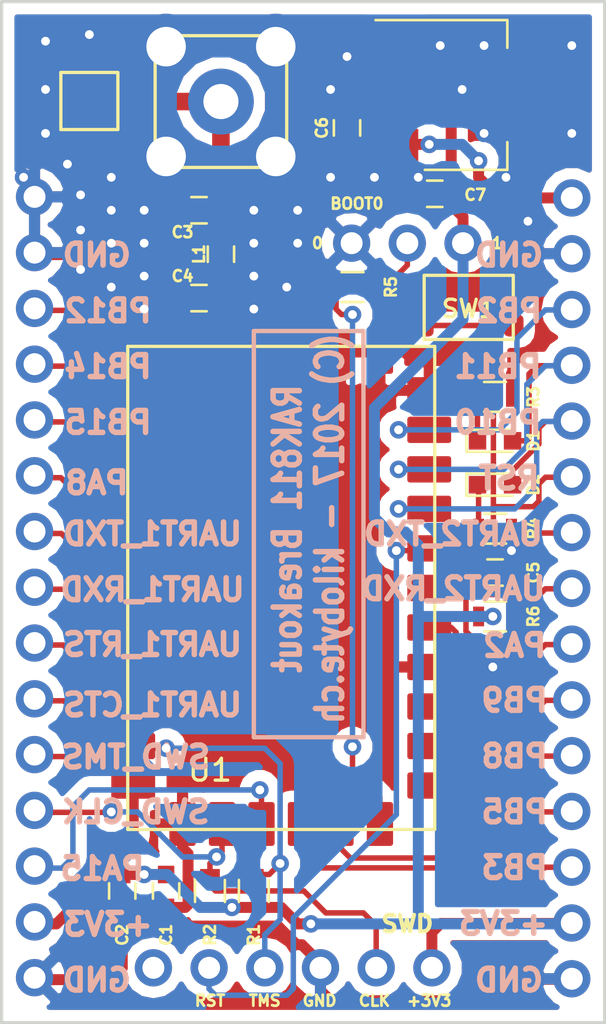
<source format=kicad_pcb>
(kicad_pcb (version 20160815) (host pcbnew no-vcs-found-undefined)

  (general
    (links 124)
    (no_connects 1)
    (area 48.924999 38.924999 76.575001 85.575001)
    (thickness 1.6)
    (drawings 47)
    (tracks 347)
    (zones 0)
    (modules 62)
    (nets 33)
  )

  (page A4)
  (layers
    (0 F.Cu signal)
    (31 B.Cu signal)
    (32 B.Adhes user)
    (33 F.Adhes user)
    (34 B.Paste user)
    (35 F.Paste user)
    (36 B.SilkS user)
    (37 F.SilkS user)
    (38 B.Mask user)
    (39 F.Mask user)
    (40 Dwgs.User user)
    (41 Cmts.User user)
    (42 Eco1.User user)
    (43 Eco2.User user)
    (44 Edge.Cuts user)
    (45 Margin user)
    (46 B.CrtYd user hide)
    (47 F.CrtYd user)
    (48 B.Fab user)
    (49 F.Fab user hide)
  )

  (setup
    (last_trace_width 0.25)
    (trace_clearance 0.2)
    (zone_clearance 0.508)
    (zone_45_only no)
    (trace_min 0.2)
    (segment_width 0.2)
    (edge_width 0.15)
    (via_size 0.8)
    (via_drill 0.4)
    (via_min_size 0.4)
    (via_min_drill 0.3)
    (uvia_size 0.3)
    (uvia_drill 0.1)
    (uvias_allowed no)
    (uvia_min_size 0.2)
    (uvia_min_drill 0.1)
    (pcb_text_width 0.3)
    (pcb_text_size 1.5 1.5)
    (mod_edge_width 0.15)
    (mod_text_size 1 1)
    (mod_text_width 0.15)
    (pad_size 1.05 2.2)
    (pad_drill 0)
    (pad_to_mask_clearance 0.2)
    (aux_axis_origin 0 0)
    (visible_elements 7FFFFF7F)
    (pcbplotparams
      (layerselection 0x00030_ffffffff)
      (usegerberextensions false)
      (excludeedgelayer true)
      (linewidth 0.100000)
      (plotframeref false)
      (viasonmask false)
      (mode 1)
      (useauxorigin false)
      (hpglpennumber 1)
      (hpglpenspeed 20)
      (hpglpendiameter 15)
      (psnegative false)
      (psa4output false)
      (plotreference true)
      (plotvalue true)
      (plotinvisibletext false)
      (padsonsilk false)
      (subtractmaskfromsilk false)
      (outputformat 1)
      (mirror false)
      (drillshape 1)
      (scaleselection 1)
      (outputdirectory ""))
  )

  (net 0 "")
  (net 1 GND)
  (net 2 RST)
  (net 3 "Net-(C3-Pad1)")
  (net 4 "Net-(C4-Pad2)")
  (net 5 PB11)
  (net 6 "Net-(D1-Pad1)")
  (net 7 "Net-(D2-Pad1)")
  (net 8 PB10)
  (net 9 "Net-(P2-Pad2)")
  (net 10 SWD_CLK)
  (net 11 SWD_TMS)
  (net 12 "Net-(P3-Pad6)")
  (net 13 PB12)
  (net 14 PB14)
  (net 15 PB15)
  (net 16 PA8)
  (net 17 UART1_TXD)
  (net 18 UART1_RXD)
  (net 19 UART1_RTS)
  (net 20 UART1_CTS)
  (net 21 PA15)
  (net 22 PB3)
  (net 23 PB5)
  (net 24 PB8)
  (net 25 PB9)
  (net 26 PA2)
  (net 27 UART2_RXD)
  (net 28 UART2_TXD)
  (net 29 PB2)
  (net 30 BOOT0)
  (net 31 +3V3)
  (net 32 +5V)

  (net_class Default "This is the default net class."
    (clearance 0.2)
    (trace_width 0.25)
    (via_dia 0.8)
    (via_drill 0.4)
    (uvia_dia 0.3)
    (uvia_drill 0.1)
    (diff_pair_gap 0.25)
    (diff_pair_width 0.2)
    (add_net BOOT0)
    (add_net "Net-(C3-Pad1)")
    (add_net "Net-(C4-Pad2)")
    (add_net "Net-(D1-Pad1)")
    (add_net "Net-(D2-Pad1)")
    (add_net "Net-(P2-Pad2)")
    (add_net "Net-(P3-Pad6)")
    (add_net PA15)
    (add_net PA2)
    (add_net PA8)
    (add_net PB10)
    (add_net PB11)
    (add_net PB12)
    (add_net PB14)
    (add_net PB15)
    (add_net PB2)
    (add_net PB3)
    (add_net PB5)
    (add_net PB8)
    (add_net PB9)
    (add_net RST)
    (add_net SWD_CLK)
    (add_net SWD_TMS)
    (add_net UART1_CTS)
    (add_net UART1_RTS)
    (add_net UART1_RXD)
    (add_net UART1_TXD)
    (add_net UART2_RXD)
    (add_net UART2_TXD)
  )

  (net_class power ""
    (clearance 0.2)
    (trace_width 0.5)
    (via_dia 0.8)
    (via_drill 0.4)
    (uvia_dia 0.3)
    (uvia_drill 0.1)
    (diff_pair_gap 0.25)
    (diff_pair_width 0.2)
    (add_net +3V3)
    (add_net +5V)
    (add_net GND)
  )

  (module pad:duko (layer F.Cu) (tedit 58ED409F) (tstamp 58ED40E0)
    (at 52 46.4)
    (fp_text reference J1 (at 0 -2.54) (layer F.SilkS) hide
      (effects (font (size 1 1) (thickness 0.15)))
    )
    (fp_text value CONN_01X01 (at 0 2.54) (layer F.Fab) hide
      (effects (font (size 1 1) (thickness 0.15)))
    )
    (pad 1 thru_hole circle (at 0 0) (size 0.8 0.8) (drill 0.4) (layers *.Cu)
      (net 1 GND) (zone_connect 2))
  )

  (module special_headers:Pin_Header_Straight_1x15_Pitch2.54mm (layer F.Cu) (tedit 58ED3D4F) (tstamp 58ED3D01)
    (at 75 47.94)
    (descr "Through hole straight pin header, 1x15, 2.54mm pitch, single row")
    (tags "Through hole pin header THT 1x15 2.54mm single row")
    (path /58ED5F7E)
    (fp_text reference P5 (at 1.9 -2.125) (layer F.SilkS) hide
      (effects (font (size 1 1) (thickness 0.15)))
    )
    (fp_text value CONN_01X15 (at 0 37.89) (layer F.Fab) hide
      (effects (font (size 1 1) (thickness 0.15)))
    )
    (fp_text user %R (at 0 -2.33) (layer F.Fab) hide
      (effects (font (size 1 1) (thickness 0.15)))
    )
    (pad 1 thru_hole circle (at 0 0) (size 1.7 1.7) (drill 1) (layers *.Cu *.Mask)
      (net 32 +5V))
    (pad 2 thru_hole oval (at 0 2.54) (size 1.7 1.7) (drill 1) (layers *.Cu *.Mask)
      (net 1 GND))
    (pad 3 thru_hole oval (at 0 5.08) (size 1.7 1.7) (drill 1) (layers *.Cu *.Mask)
      (net 29 PB2))
    (pad 4 thru_hole oval (at 0 7.62) (size 1.7 1.7) (drill 1) (layers *.Cu *.Mask)
      (net 5 PB11))
    (pad 5 thru_hole oval (at 0 10.16) (size 1.7 1.7) (drill 1) (layers *.Cu *.Mask)
      (net 8 PB10))
    (pad 6 thru_hole oval (at 0 12.7) (size 1.7 1.7) (drill 1) (layers *.Cu *.Mask)
      (net 2 RST))
    (pad 7 thru_hole oval (at 0 15.24) (size 1.7 1.7) (drill 1) (layers *.Cu *.Mask)
      (net 28 UART2_TXD))
    (pad 8 thru_hole oval (at 0 17.78) (size 1.7 1.7) (drill 1) (layers *.Cu *.Mask)
      (net 27 UART2_RXD))
    (pad 9 thru_hole oval (at 0 20.32) (size 1.7 1.7) (drill 1) (layers *.Cu *.Mask)
      (net 26 PA2))
    (pad 10 thru_hole oval (at 0 22.86) (size 1.7 1.7) (drill 1) (layers *.Cu *.Mask)
      (net 25 PB9))
    (pad 11 thru_hole oval (at 0 25.4) (size 1.7 1.7) (drill 1) (layers *.Cu *.Mask)
      (net 24 PB8))
    (pad 12 thru_hole oval (at 0 27.94) (size 1.7 1.7) (drill 1) (layers *.Cu *.Mask)
      (net 23 PB5))
    (pad 13 thru_hole oval (at 0 30.48) (size 1.7 1.7) (drill 1) (layers *.Cu *.Mask)
      (net 22 PB3))
    (pad 14 thru_hole oval (at 0 33.02) (size 1.7 1.7) (drill 1) (layers *.Cu *.Mask)
      (net 31 +3V3))
    (pad 15 thru_hole oval (at 0 35.56) (size 1.7 1.7) (drill 1) (layers *.Cu *.Mask)
      (net 1 GND))
    (model ${KISYS3DMOD}/Pin_Headers.3dshapes/Pin_Header_Straight_1x15_Pitch2.54mm.wrl
      (at (xyz 0 -0.7 0))
      (scale (xyz 1 1 1))
      (rotate (xyz 0 0 90))
    )
  )

  (module special_headers:Pin_Header_Straight_1x15_Pitch2.54mm (layer F.Cu) (tedit 58ED3D4F) (tstamp 58ED3CEE)
    (at 50.5 83.45 180)
    (descr "Through hole straight pin header, 1x15, 2.54mm pitch, single row")
    (tags "Through hole pin header THT 1x15 2.54mm single row")
    (path /58ED60F6)
    (fp_text reference P4 (at 1.9 -2.125 180) (layer F.SilkS) hide
      (effects (font (size 1 1) (thickness 0.15)))
    )
    (fp_text value CONN_01X15 (at 0 37.89 180) (layer F.Fab) hide
      (effects (font (size 1 1) (thickness 0.15)))
    )
    (fp_text user %R (at 0 -2.33 180) (layer F.Fab) hide
      (effects (font (size 1 1) (thickness 0.15)))
    )
    (pad 1 thru_hole circle (at 0 0 180) (size 1.7 1.7) (drill 1) (layers *.Cu *.Mask)
      (net 1 GND))
    (pad 2 thru_hole oval (at 0 2.54 180) (size 1.7 1.7) (drill 1) (layers *.Cu *.Mask)
      (net 31 +3V3))
    (pad 3 thru_hole oval (at 0 5.08 180) (size 1.7 1.7) (drill 1) (layers *.Cu *.Mask)
      (net 21 PA15))
    (pad 4 thru_hole oval (at 0 7.62 180) (size 1.7 1.7) (drill 1) (layers *.Cu *.Mask)
      (net 10 SWD_CLK))
    (pad 5 thru_hole oval (at 0 10.16 180) (size 1.7 1.7) (drill 1) (layers *.Cu *.Mask)
      (net 11 SWD_TMS))
    (pad 6 thru_hole oval (at 0 12.7 180) (size 1.7 1.7) (drill 1) (layers *.Cu *.Mask)
      (net 20 UART1_CTS))
    (pad 7 thru_hole oval (at 0 15.24 180) (size 1.7 1.7) (drill 1) (layers *.Cu *.Mask)
      (net 19 UART1_RTS))
    (pad 8 thru_hole oval (at 0 17.78 180) (size 1.7 1.7) (drill 1) (layers *.Cu *.Mask)
      (net 18 UART1_RXD))
    (pad 9 thru_hole oval (at 0 20.32 180) (size 1.7 1.7) (drill 1) (layers *.Cu *.Mask)
      (net 17 UART1_TXD))
    (pad 10 thru_hole oval (at 0 22.86 180) (size 1.7 1.7) (drill 1) (layers *.Cu *.Mask)
      (net 16 PA8))
    (pad 11 thru_hole oval (at 0 25.4 180) (size 1.7 1.7) (drill 1) (layers *.Cu *.Mask)
      (net 15 PB15))
    (pad 12 thru_hole oval (at 0 27.94 180) (size 1.7 1.7) (drill 1) (layers *.Cu *.Mask)
      (net 14 PB14))
    (pad 13 thru_hole oval (at 0 30.48 180) (size 1.7 1.7) (drill 1) (layers *.Cu *.Mask)
      (net 13 PB12))
    (pad 14 thru_hole oval (at 0 33.02 180) (size 1.7 1.7) (drill 1) (layers *.Cu *.Mask)
      (net 1 GND))
    (pad 15 thru_hole oval (at 0 35.56 180) (size 1.7 1.7) (drill 1) (layers *.Cu *.Mask)
      (net 1 GND))
    (model ${KISYS3DMOD}/Pin_Headers.3dshapes/Pin_Header_Straight_1x15_Pitch2.54mm.wrl
      (at (xyz 0 -0.7 0))
      (scale (xyz 1 1 1))
      (rotate (xyz 0 0 90))
    )
  )

  (module pad:duko (layer F.Cu) (tedit 58ED3D4F) (tstamp 58ED3B2B)
    (at 54 52)
    (fp_text reference J1 (at 0 -2.54) (layer F.SilkS) hide
      (effects (font (size 1 1) (thickness 0.15)))
    )
    (fp_text value CONN_01X01 (at 0 2.54) (layer F.Fab) hide
      (effects (font (size 1 1) (thickness 0.15)))
    )
    (pad 1 thru_hole circle (at 0 0) (size 0.8 0.8) (drill 0.4) (layers *.Cu)
      (net 1 GND) (zone_connect 2))
  )

  (module pad:duko (layer F.Cu) (tedit 58ED3D4F) (tstamp 58ED3B26)
    (at 54 50)
    (fp_text reference J1 (at 0 -2.54) (layer F.SilkS) hide
      (effects (font (size 1 1) (thickness 0.15)))
    )
    (fp_text value CONN_01X01 (at 0 2.54) (layer F.Fab) hide
      (effects (font (size 1 1) (thickness 0.15)))
    )
    (pad 1 thru_hole circle (at 0 0) (size 0.8 0.8) (drill 0.4) (layers *.Cu)
      (net 1 GND) (zone_connect 2))
  )

  (module pad:duko (layer F.Cu) (tedit 58ED3D4F) (tstamp 58ED3B22)
    (at 52.6 51.2)
    (fp_text reference J1 (at 0 -2.54) (layer F.SilkS) hide
      (effects (font (size 1 1) (thickness 0.15)))
    )
    (fp_text value CONN_01X01 (at 0 2.54) (layer F.Fab) hide
      (effects (font (size 1 1) (thickness 0.15)))
    )
    (pad 1 thru_hole circle (at 0 0) (size 0.8 0.8) (drill 0.4) (layers *.Cu)
      (net 1 GND) (zone_connect 2))
  )

  (module pad:duko (layer F.Cu) (tedit 58ED3D4F) (tstamp 58ED3B1E)
    (at 52.6 49.4)
    (fp_text reference J1 (at 0 -2.54) (layer F.SilkS) hide
      (effects (font (size 1 1) (thickness 0.15)))
    )
    (fp_text value CONN_01X01 (at 0 2.54) (layer F.Fab) hide
      (effects (font (size 1 1) (thickness 0.15)))
    )
    (pad 1 thru_hole circle (at 0 0) (size 0.8 0.8) (drill 0.4) (layers *.Cu)
      (net 1 GND) (zone_connect 2))
  )

  (module pad:duko (layer F.Cu) (tedit 58ED3D4F) (tstamp 58ED3B19)
    (at 62 52)
    (fp_text reference J1 (at 0 -2.54) (layer F.SilkS) hide
      (effects (font (size 1 1) (thickness 0.15)))
    )
    (fp_text value CONN_01X01 (at 0 2.54) (layer F.Fab) hide
      (effects (font (size 1 1) (thickness 0.15)))
    )
    (pad 1 thru_hole circle (at 0 0) (size 0.8 0.8) (drill 0.4) (layers *.Cu)
      (net 1 GND) (zone_connect 2))
  )

  (module pad:duko (layer F.Cu) (tedit 58ED3D4F) (tstamp 58ED3B15)
    (at 73 49)
    (fp_text reference J1 (at 0 -2.54) (layer F.SilkS) hide
      (effects (font (size 1 1) (thickness 0.15)))
    )
    (fp_text value CONN_01X01 (at 0 2.54) (layer F.Fab) hide
      (effects (font (size 1 1) (thickness 0.15)))
    )
    (pad 1 thru_hole circle (at 0 0) (size 0.8 0.8) (drill 0.4) (layers *.Cu)
      (net 1 GND) (zone_connect 2))
  )

  (module pad:duko (layer F.Cu) (tedit 58ED3D4F) (tstamp 58ED3B0C)
    (at 64.75 41.5)
    (fp_text reference J1 (at 0 -2.54) (layer F.SilkS) hide
      (effects (font (size 1 1) (thickness 0.15)))
    )
    (fp_text value CONN_01X01 (at 0 2.54) (layer F.Fab) hide
      (effects (font (size 1 1) (thickness 0.15)))
    )
    (pad 1 thru_hole circle (at 0 0) (size 0.8 0.8) (drill 0.4) (layers *.Cu)
      (net 1 GND) (zone_connect 2))
  )

  (module pad:duko (layer F.Cu) (tedit 58ED3D4F) (tstamp 58ED3AF9)
    (at 62.5 50)
    (fp_text reference J1 (at 0 -2.54) (layer F.SilkS) hide
      (effects (font (size 1 1) (thickness 0.15)))
    )
    (fp_text value CONN_01X01 (at 0 2.54) (layer F.Fab) hide
      (effects (font (size 1 1) (thickness 0.15)))
    )
    (pad 1 thru_hole circle (at 0 0) (size 0.8 0.8) (drill 0.4) (layers *.Cu)
      (net 1 GND) (zone_connect 2))
  )

  (module pad:duko (layer F.Cu) (tedit 58ED3D4F) (tstamp 58ED3AF5)
    (at 62.5 48.5)
    (fp_text reference J1 (at 0 -2.54) (layer F.SilkS) hide
      (effects (font (size 1 1) (thickness 0.15)))
    )
    (fp_text value CONN_01X01 (at 0 2.54) (layer F.Fab) hide
      (effects (font (size 1 1) (thickness 0.15)))
    )
    (pad 1 thru_hole circle (at 0 0) (size 0.8 0.8) (drill 0.4) (layers *.Cu)
      (net 1 GND) (zone_connect 2))
  )

  (module Resistors_SMD:R_0603 (layer F.Cu) (tedit 58ED3D4F) (tstamp 58E7CC55)
    (at 65 52)
    (descr "Resistor SMD 0603, reflow soldering, Vishay (see dcrcw.pdf)")
    (tags "resistor 0603")
    (path /58E84D03)
    (attr smd)
    (fp_text reference R5 (at 1.75 0 90) (layer F.SilkS)
      (effects (font (size 0.5 0.5) (thickness 0.125)))
    )
    (fp_text value 1k (at 0 1.5) (layer F.Fab)
      (effects (font (size 1 1) (thickness 0.15)))
    )
    (fp_text user %R (at 0 0) (layer F.Fab)
      (effects (font (size 0.5 0.5) (thickness 0.075)))
    )
    (fp_line (start -0.8 0.4) (end -0.8 -0.4) (layer F.Fab) (width 0.1))
    (fp_line (start 0.8 0.4) (end -0.8 0.4) (layer F.Fab) (width 0.1))
    (fp_line (start 0.8 -0.4) (end 0.8 0.4) (layer F.Fab) (width 0.1))
    (fp_line (start -0.8 -0.4) (end 0.8 -0.4) (layer F.Fab) (width 0.1))
    (fp_line (start 0.5 0.68) (end -0.5 0.68) (layer F.SilkS) (width 0.12))
    (fp_line (start -0.5 -0.68) (end 0.5 -0.68) (layer F.SilkS) (width 0.12))
    (fp_line (start -1.25 -0.7) (end 1.25 -0.7) (layer F.CrtYd) (width 0.05))
    (fp_line (start -1.25 -0.7) (end -1.25 0.7) (layer F.CrtYd) (width 0.05))
    (fp_line (start 1.25 0.7) (end 1.25 -0.7) (layer F.CrtYd) (width 0.05))
    (fp_line (start 1.25 0.7) (end -1.25 0.7) (layer F.CrtYd) (width 0.05))
    (pad 1 smd rect (at -0.75 0) (size 0.5 0.9) (layers F.Cu F.Paste F.Mask)
      (net 30 BOOT0))
    (pad 2 smd rect (at 0.75 0) (size 0.5 0.9) (layers F.Cu F.Paste F.Mask)
      (net 9 "Net-(P2-Pad2)"))
    (model ${KISYS3DMOD}/Resistors_SMD.3dshapes/R_0603.wrl
      (at (xyz 0 0 0))
      (scale (xyz 1 1 1))
      (rotate (xyz 0 0 0))
    )
  )

  (module pad:duko (layer F.Cu) (tedit 58ED3D4F) (tstamp 58ED3763)
    (at 53 40.5)
    (fp_text reference J1 (at 0 -2.54) (layer F.SilkS) hide
      (effects (font (size 1 1) (thickness 0.15)))
    )
    (fp_text value CONN_01X01 (at 0 2.54) (layer F.Fab) hide
      (effects (font (size 1 1) (thickness 0.15)))
    )
    (pad 1 thru_hole circle (at 0 0) (size 0.8 0.8) (drill 0.4) (layers *.Cu)
      (net 1 GND) (zone_connect 2))
  )

  (module special_headers:Pin_Header_Straight_1x03_Pitch2.54mm (layer F.Cu) (tedit 58ED3D4F) (tstamp 58E7CC09)
    (at 64.96 50 90)
    (descr "Through hole straight pin header, 1x03, 2.54mm pitch, single row")
    (tags "Through hole pin header THT 1x03 2.54mm single row")
    (path /58E823C4)
    (fp_text reference P2 (at -5 -2.33 90) (layer F.SilkS) hide
      (effects (font (size 1 1) (thickness 0.15)))
    )
    (fp_text value CONN_01X03 (at 0 10 90) (layer F.Fab) hide
      (effects (font (size 1 1) (thickness 0.15)))
    )
    (fp_text user %R (at 0 -2.33 90) (layer F.Fab) hide
      (effects (font (size 1 1) (thickness 0.15)))
    )
    (pad 3 thru_hole oval (at 0 5.08 90) (size 1.7 1.7) (drill 1) (layers *.Cu *.Mask)
      (net 31 +3V3))
    (pad 2 thru_hole oval (at 0 2.54 90) (size 1.7 1.7) (drill 1) (layers *.Cu *.Mask)
      (net 9 "Net-(P2-Pad2)"))
    (pad 1 thru_hole circle (at 0 0 90) (size 1.7 1.7) (drill 1) (layers *.Cu *.Mask)
      (net 1 GND))
    (model ${KISYS3DMOD}/Pin_Headers.3dshapes/Pin_Header_Straight_1x03_Pitch2.54mm.wrl
      (at (xyz 0 -0.1 0))
      (scale (xyz 1 1 1))
      (rotate (xyz 0 0 90))
    )
  )

  (module special_headers:Pin_Header_Straight_1x06_Pitch2.54mm (layer F.Cu) (tedit 58ED3D4F) (tstamp 58E7CC13)
    (at 68.62 83 270)
    (descr "Through hole straight pin header, 1x06, 2.54mm pitch, single row")
    (tags "Through hole pin header THT 1x06 2.54mm single row")
    (path /58E82789)
    (fp_text reference P3 (at -5 -2.33 270) (layer F.SilkS) hide
      (effects (font (size 1 1) (thickness 0.15)))
    )
    (fp_text value CONN_01X06 (at 0 15.03 270) (layer F.Fab) hide
      (effects (font (size 1 1) (thickness 0.15)))
    )
    (fp_text user %R (at 0 -2.33 270) (layer F.Fab) hide
      (effects (font (size 1 1) (thickness 0.15)))
    )
    (pad 6 thru_hole oval (at 0 12.7 270) (size 1.7 1.7) (drill 1) (layers *.Cu *.Mask)
      (net 12 "Net-(P3-Pad6)"))
    (pad 5 thru_hole oval (at 0 10.16 270) (size 1.7 1.7) (drill 1) (layers *.Cu *.Mask)
      (net 2 RST))
    (pad 4 thru_hole oval (at 0 7.62 270) (size 1.7 1.7) (drill 1) (layers *.Cu *.Mask)
      (net 11 SWD_TMS))
    (pad 3 thru_hole oval (at 0 5.08 270) (size 1.7 1.7) (drill 1) (layers *.Cu *.Mask)
      (net 1 GND))
    (pad 2 thru_hole oval (at 0 2.54 270) (size 1.7 1.7) (drill 1) (layers *.Cu *.Mask)
      (net 10 SWD_CLK))
    (pad 1 thru_hole circle (at 0 0 270) (size 1.7 1.7) (drill 1) (layers *.Cu *.Mask)
      (net 31 +3V3))
    (model ${KISYS3DMOD}/Pin_Headers.3dshapes/Pin_Header_Straight_1x06_Pitch2.54mm.wrl
      (at (xyz 0 -0.25 0))
      (scale (xyz 1 1 1))
      (rotate (xyz 0 0 90))
    )
  )

  (module pad:duko (layer F.Cu) (tedit 58ED3D4F) (tstamp 58ED16EC)
    (at 54 48.5)
    (fp_text reference J1 (at 0 -2.54) (layer F.SilkS) hide
      (effects (font (size 1 1) (thickness 0.15)))
    )
    (fp_text value CONN_01X01 (at 0 2.54) (layer F.Fab) hide
      (effects (font (size 1 1) (thickness 0.15)))
    )
    (pad 1 thru_hole circle (at 0 0) (size 0.8 0.8) (drill 0.4) (layers *.Cu)
      (net 1 GND) (zone_connect 2))
  )

  (module pad:duko (layer F.Cu) (tedit 58ED3D4F) (tstamp 58ED16D2)
    (at 60.5 51.5)
    (fp_text reference J1 (at 0 -2.54) (layer F.SilkS) hide
      (effects (font (size 1 1) (thickness 0.15)))
    )
    (fp_text value CONN_01X01 (at 0 2.54) (layer F.Fab) hide
      (effects (font (size 1 1) (thickness 0.15)))
    )
    (pad 1 thru_hole circle (at 0 0) (size 0.8 0.8) (drill 0.4) (layers *.Cu)
      (net 1 GND) (zone_connect 2))
  )

  (module pad:duko (layer F.Cu) (tedit 58ED3D4F) (tstamp 58ED16BF)
    (at 55.5 53)
    (fp_text reference J1 (at 0 -2.54) (layer F.SilkS) hide
      (effects (font (size 1 1) (thickness 0.15)))
    )
    (fp_text value CONN_01X01 (at 0 2.54) (layer F.Fab) hide
      (effects (font (size 1 1) (thickness 0.15)))
    )
    (pad 1 thru_hole circle (at 0 0) (size 0.8 0.8) (drill 0.4) (layers *.Cu)
      (net 1 GND) (zone_connect 2))
  )

  (module pad:duko (layer F.Cu) (tedit 58ED3D4F) (tstamp 58ED169C)
    (at 60.5 48.5)
    (fp_text reference J1 (at 0 -2.54) (layer F.SilkS) hide
      (effects (font (size 1 1) (thickness 0.15)))
    )
    (fp_text value CONN_01X01 (at 0 2.54) (layer F.Fab) hide
      (effects (font (size 1 1) (thickness 0.15)))
    )
    (pad 1 thru_hole circle (at 0 0) (size 0.8 0.8) (drill 0.4) (layers *.Cu)
      (net 1 GND) (zone_connect 2))
  )

  (module pad:duko (layer F.Cu) (tedit 58ED3D4F) (tstamp 58ED1698)
    (at 60.5 50)
    (fp_text reference J1 (at 0 -2.54) (layer F.SilkS) hide
      (effects (font (size 1 1) (thickness 0.15)))
    )
    (fp_text value CONN_01X01 (at 0 2.54) (layer F.Fab) hide
      (effects (font (size 1 1) (thickness 0.15)))
    )
    (pad 1 thru_hole circle (at 0 0) (size 0.8 0.8) (drill 0.4) (layers *.Cu)
      (net 1 GND) (zone_connect 2))
  )

  (module pad:duko (layer F.Cu) (tedit 58ED3D4F) (tstamp 58ED1694)
    (at 60.5 53)
    (fp_text reference J1 (at 0 -2.54) (layer F.SilkS) hide
      (effects (font (size 1 1) (thickness 0.15)))
    )
    (fp_text value CONN_01X01 (at 0 2.54) (layer F.Fab) hide
      (effects (font (size 1 1) (thickness 0.15)))
    )
    (pad 1 thru_hole circle (at 0 0) (size 0.8 0.8) (drill 0.4) (layers *.Cu)
      (net 1 GND) (zone_connect 2))
  )

  (module pad:duko (layer F.Cu) (tedit 58ED3D4F) (tstamp 58ED1690)
    (at 55.5 51.5)
    (fp_text reference J1 (at 0 -2.54) (layer F.SilkS) hide
      (effects (font (size 1 1) (thickness 0.15)))
    )
    (fp_text value CONN_01X01 (at 0 2.54) (layer F.Fab) hide
      (effects (font (size 1 1) (thickness 0.15)))
    )
    (pad 1 thru_hole circle (at 0 0) (size 0.8 0.8) (drill 0.4) (layers *.Cu)
      (net 1 GND) (zone_connect 2))
  )

  (module pad:duko (layer F.Cu) (tedit 58ED3D4F) (tstamp 58ED168C)
    (at 55.5 50)
    (fp_text reference J1 (at 0 -2.54) (layer F.SilkS) hide
      (effects (font (size 1 1) (thickness 0.15)))
    )
    (fp_text value CONN_01X01 (at 0 2.54) (layer F.Fab) hide
      (effects (font (size 1 1) (thickness 0.15)))
    )
    (pad 1 thru_hole circle (at 0 0) (size 0.8 0.8) (drill 0.4) (layers *.Cu)
      (net 1 GND) (zone_connect 2))
  )

  (module pad:duko (layer F.Cu) (tedit 58ED3D4F) (tstamp 58ED1688)
    (at 55.5 48.5)
    (fp_text reference J1 (at 0 -2.54) (layer F.SilkS) hide
      (effects (font (size 1 1) (thickness 0.15)))
    )
    (fp_text value CONN_01X01 (at 0 2.54) (layer F.Fab) hide
      (effects (font (size 1 1) (thickness 0.15)))
    )
    (pad 1 thru_hole circle (at 0 0) (size 0.8 0.8) (drill 0.4) (layers *.Cu)
      (net 1 GND) (zone_connect 2))
  )

  (module pad:duko (layer F.Cu) (tedit 58ED3D4F) (tstamp 58ED166C)
    (at 75 41)
    (fp_text reference J1 (at 0 -2.54) (layer F.SilkS) hide
      (effects (font (size 1 1) (thickness 0.15)))
    )
    (fp_text value CONN_01X01 (at 0 2.54) (layer F.Fab) hide
      (effects (font (size 1 1) (thickness 0.15)))
    )
    (pad 1 thru_hole circle (at 0 0) (size 0.8 0.8) (drill 0.4) (layers *.Cu)
      (net 1 GND) (zone_connect 2))
  )

  (module pad:duko (layer F.Cu) (tedit 58ED3D4F) (tstamp 58ED165C)
    (at 72 47)
    (fp_text reference J1 (at 0 -2.54) (layer F.SilkS) hide
      (effects (font (size 1 1) (thickness 0.15)))
    )
    (fp_text value CONN_01X01 (at 0 2.54) (layer F.Fab) hide
      (effects (font (size 1 1) (thickness 0.15)))
    )
    (pad 1 thru_hole circle (at 0 0) (size 0.8 0.8) (drill 0.4) (layers *.Cu)
      (net 1 GND) (zone_connect 2))
  )

  (module pad:duko (layer F.Cu) (tedit 58ED3D4F) (tstamp 58ED1658)
    (at 75 45)
    (fp_text reference J1 (at 0 -2.54) (layer F.SilkS) hide
      (effects (font (size 1 1) (thickness 0.15)))
    )
    (fp_text value CONN_01X01 (at 0 2.54) (layer F.Fab) hide
      (effects (font (size 1 1) (thickness 0.15)))
    )
    (pad 1 thru_hole circle (at 0 0) (size 0.8 0.8) (drill 0.4) (layers *.Cu)
      (net 1 GND) (zone_connect 2))
  )

  (module pad:duko (layer F.Cu) (tedit 58ED3D4F) (tstamp 58ED164C)
    (at 71 41)
    (fp_text reference J1 (at 0 -2.54) (layer F.SilkS) hide
      (effects (font (size 1 1) (thickness 0.15)))
    )
    (fp_text value CONN_01X01 (at 0 2.54) (layer F.Fab) hide
      (effects (font (size 1 1) (thickness 0.15)))
    )
    (pad 1 thru_hole circle (at 0 0) (size 0.8 0.8) (drill 0.4) (layers *.Cu)
      (net 1 GND) (zone_connect 2))
  )

  (module pad:duko (layer F.Cu) (tedit 58ED3D4F) (tstamp 58ED1640)
    (at 71 45)
    (fp_text reference J1 (at 0 -2.54) (layer F.SilkS) hide
      (effects (font (size 1 1) (thickness 0.15)))
    )
    (fp_text value CONN_01X01 (at 0 2.54) (layer F.Fab) hide
      (effects (font (size 1 1) (thickness 0.15)))
    )
    (pad 1 thru_hole circle (at 0 0) (size 0.8 0.8) (drill 0.4) (layers *.Cu)
      (net 1 GND) (zone_connect 2))
  )

  (module pad:duko (layer F.Cu) (tedit 58ED3D4F) (tstamp 58ED163C)
    (at 68 47)
    (fp_text reference J1 (at 0 -2.54) (layer F.SilkS) hide
      (effects (font (size 1 1) (thickness 0.15)))
    )
    (fp_text value CONN_01X01 (at 0 2.54) (layer F.Fab) hide
      (effects (font (size 1 1) (thickness 0.15)))
    )
    (pad 1 thru_hole circle (at 0 0) (size 0.8 0.8) (drill 0.4) (layers *.Cu)
      (net 1 GND) (zone_connect 2))
  )

  (module pad:duko (layer F.Cu) (tedit 58ED3D4F) (tstamp 58ED1630)
    (at 70 43)
    (fp_text reference J1 (at 0 -2.54) (layer F.SilkS) hide
      (effects (font (size 1 1) (thickness 0.15)))
    )
    (fp_text value CONN_01X01 (at 0 2.54) (layer F.Fab) hide
      (effects (font (size 1 1) (thickness 0.15)))
    )
    (pad 1 thru_hole circle (at 0 0) (size 0.8 0.8) (drill 0.4) (layers *.Cu)
      (net 1 GND) (zone_connect 2))
  )

  (module pad:duko (layer F.Cu) (tedit 58ED3D4F) (tstamp 58ED1628)
    (at 69 41)
    (fp_text reference J1 (at 0 -2.54) (layer F.SilkS) hide
      (effects (font (size 1 1) (thickness 0.15)))
    )
    (fp_text value CONN_01X01 (at 0 2.54) (layer F.Fab) hide
      (effects (font (size 1 1) (thickness 0.15)))
    )
    (pad 1 thru_hole circle (at 0 0) (size 0.8 0.8) (drill 0.4) (layers *.Cu)
      (net 1 GND) (zone_connect 2))
  )

  (module pad:duko (layer F.Cu) (tedit 58ED3D4F) (tstamp 58ED1618)
    (at 66 47)
    (fp_text reference J1 (at 0 -2.54) (layer F.SilkS) hide
      (effects (font (size 1 1) (thickness 0.15)))
    )
    (fp_text value CONN_01X01 (at 0 2.54) (layer F.Fab) hide
      (effects (font (size 1 1) (thickness 0.15)))
    )
    (pad 1 thru_hole circle (at 0 0) (size 0.8 0.8) (drill 0.4) (layers *.Cu)
      (net 1 GND) (zone_connect 2))
  )

  (module pad:duko (layer F.Cu) (tedit 58ED3D4F) (tstamp 58ED1614)
    (at 64 47)
    (fp_text reference J1 (at 0 -2.54) (layer F.SilkS) hide
      (effects (font (size 1 1) (thickness 0.15)))
    )
    (fp_text value CONN_01X01 (at 0 2.54) (layer F.Fab) hide
      (effects (font (size 1 1) (thickness 0.15)))
    )
    (pad 1 thru_hole circle (at 0 0) (size 0.8 0.8) (drill 0.4) (layers *.Cu)
      (net 1 GND) (zone_connect 2))
  )

  (module pad:duko (layer F.Cu) (tedit 58ED3D4F) (tstamp 58ED160C)
    (at 64 43)
    (fp_text reference J1 (at 0 -2.54) (layer F.SilkS) hide
      (effects (font (size 1 1) (thickness 0.15)))
    )
    (fp_text value CONN_01X01 (at 0 2.54) (layer F.Fab) hide
      (effects (font (size 1 1) (thickness 0.15)))
    )
    (pad 1 thru_hole circle (at 0 0) (size 0.8 0.8) (drill 0.4) (layers *.Cu)
      (net 1 GND) (zone_connect 2))
  )

  (module pad:duko (layer F.Cu) (tedit 58ED3D4F) (tstamp 58ED15AA)
    (at 54 47)
    (fp_text reference J1 (at 0 -2.54) (layer F.SilkS) hide
      (effects (font (size 1 1) (thickness 0.15)))
    )
    (fp_text value CONN_01X01 (at 0 2.54) (layer F.Fab) hide
      (effects (font (size 1 1) (thickness 0.15)))
    )
    (pad 1 thru_hole circle (at 0 0) (size 0.8 0.8) (drill 0.4) (layers *.Cu)
      (net 1 GND) (zone_connect 2))
  )

  (module pad:duko (layer F.Cu) (tedit 58ED4070) (tstamp 58ED15A6)
    (at 52.6 47.8)
    (fp_text reference J1 (at 0 -2.54) (layer F.SilkS) hide
      (effects (font (size 1 1) (thickness 0.15)))
    )
    (fp_text value CONN_01X01 (at 0 2.54) (layer F.Fab) hide
      (effects (font (size 1 1) (thickness 0.15)))
    )
    (pad 1 thru_hole circle (at 0 0) (size 0.8 0.8) (drill 0.4) (layers *.Cu)
      (net 1 GND) (zone_connect 2))
  )

  (module pad:duko (layer F.Cu) (tedit 58ED3D4F) (tstamp 58ED15A2)
    (at 50 47)
    (fp_text reference J1 (at 0 -2.54) (layer F.SilkS) hide
      (effects (font (size 1 1) (thickness 0.15)))
    )
    (fp_text value CONN_01X01 (at 0 2.54) (layer F.Fab) hide
      (effects (font (size 1 1) (thickness 0.15)))
    )
    (pad 1 thru_hole circle (at 0 0) (size 0.8 0.8) (drill 0.4) (layers *.Cu)
      (net 1 GND) (zone_connect 2))
  )

  (module pad:duko (layer F.Cu) (tedit 58ED3D4F) (tstamp 58ED1596)
    (at 51 45)
    (fp_text reference J1 (at 0 -2.54) (layer F.SilkS) hide
      (effects (font (size 1 1) (thickness 0.15)))
    )
    (fp_text value CONN_01X01 (at 0 2.54) (layer F.Fab) hide
      (effects (font (size 1 1) (thickness 0.15)))
    )
    (pad 1 thru_hole circle (at 0 0) (size 0.8 0.8) (drill 0.4) (layers *.Cu)
      (net 1 GND) (zone_connect 2))
  )

  (module pad:duko (layer F.Cu) (tedit 58ED3D4F) (tstamp 58ED1592)
    (at 51 43)
    (fp_text reference J1 (at 0 -2.54) (layer F.SilkS) hide
      (effects (font (size 1 1) (thickness 0.15)))
    )
    (fp_text value CONN_01X01 (at 0 2.54) (layer F.Fab) hide
      (effects (font (size 1 1) (thickness 0.15)))
    )
    (pad 1 thru_hole circle (at 0 0) (size 0.8 0.8) (drill 0.4) (layers *.Cu)
      (net 1 GND) (zone_connect 2))
  )

  (module pad:duko (layer F.Cu) (tedit 58ED3D4F) (tstamp 58ED157B)
    (at 51 40.8)
    (fp_text reference J1 (at 0 -2.54) (layer F.SilkS) hide
      (effects (font (size 1 1) (thickness 0.15)))
    )
    (fp_text value CONN_01X01 (at 0 2.54) (layer F.Fab) hide
      (effects (font (size 1 1) (thickness 0.15)))
    )
    (pad 1 thru_hole circle (at 0 0) (size 0.8 0.8) (drill 0.4) (layers *.Cu)
      (net 1 GND) (zone_connect 2))
  )

  (module Capacitors_SMD:C_0603 (layer F.Cu) (tedit 58ED3D4F) (tstamp 58E7CBD2)
    (at 56.5 79.5 270)
    (descr "Capacitor SMD 0603, reflow soldering, AVX (see smccp.pdf)")
    (tags "capacitor 0603")
    (path /58E7B205)
    (attr smd)
    (fp_text reference C1 (at 2 0 270) (layer F.SilkS)
      (effects (font (size 0.5 0.5) (thickness 0.125)))
    )
    (fp_text value 4.7uF (at 0 1.5 270) (layer F.Fab)
      (effects (font (size 1 1) (thickness 0.15)))
    )
    (fp_line (start 1.4 0.65) (end -1.4 0.65) (layer F.CrtYd) (width 0.05))
    (fp_line (start 1.4 0.65) (end 1.4 -0.65) (layer F.CrtYd) (width 0.05))
    (fp_line (start -1.4 -0.65) (end -1.4 0.65) (layer F.CrtYd) (width 0.05))
    (fp_line (start -1.4 -0.65) (end 1.4 -0.65) (layer F.CrtYd) (width 0.05))
    (fp_line (start 0.35 0.6) (end -0.35 0.6) (layer F.SilkS) (width 0.12))
    (fp_line (start -0.35 -0.6) (end 0.35 -0.6) (layer F.SilkS) (width 0.12))
    (fp_line (start -0.8 -0.4) (end 0.8 -0.4) (layer F.Fab) (width 0.1))
    (fp_line (start 0.8 -0.4) (end 0.8 0.4) (layer F.Fab) (width 0.1))
    (fp_line (start 0.8 0.4) (end -0.8 0.4) (layer F.Fab) (width 0.1))
    (fp_line (start -0.8 0.4) (end -0.8 -0.4) (layer F.Fab) (width 0.1))
    (fp_text user %R (at 0 -1.5 270) (layer F.Fab)
      (effects (font (size 1 1) (thickness 0.15)))
    )
    (pad 2 smd rect (at 0.75 0 270) (size 0.8 0.75) (layers F.Cu F.Paste F.Mask)
      (net 1 GND))
    (pad 1 smd rect (at -0.75 0 270) (size 0.8 0.75) (layers F.Cu F.Paste F.Mask)
      (net 31 +3V3))
    (model Capacitors_SMD.3dshapes/C_0603.wrl
      (at (xyz 0 0 0))
      (scale (xyz 1 1 1))
      (rotate (xyz 0 0 0))
    )
  )

  (module Capacitors_SMD:C_0603 (layer F.Cu) (tedit 58ED3D4F) (tstamp 58E7CBD8)
    (at 54.5 79.5 270)
    (descr "Capacitor SMD 0603, reflow soldering, AVX (see smccp.pdf)")
    (tags "capacitor 0603")
    (path /58E7B1CF)
    (attr smd)
    (fp_text reference C2 (at 2 0 270) (layer F.SilkS)
      (effects (font (size 0.5 0.5) (thickness 0.125)))
    )
    (fp_text value 0.1uF (at 0 1.5 270) (layer F.Fab)
      (effects (font (size 1 1) (thickness 0.15)))
    )
    (fp_text user %R (at 0 -1.5 270) (layer F.Fab)
      (effects (font (size 1 1) (thickness 0.15)))
    )
    (fp_line (start -0.8 0.4) (end -0.8 -0.4) (layer F.Fab) (width 0.1))
    (fp_line (start 0.8 0.4) (end -0.8 0.4) (layer F.Fab) (width 0.1))
    (fp_line (start 0.8 -0.4) (end 0.8 0.4) (layer F.Fab) (width 0.1))
    (fp_line (start -0.8 -0.4) (end 0.8 -0.4) (layer F.Fab) (width 0.1))
    (fp_line (start -0.35 -0.6) (end 0.35 -0.6) (layer F.SilkS) (width 0.12))
    (fp_line (start 0.35 0.6) (end -0.35 0.6) (layer F.SilkS) (width 0.12))
    (fp_line (start -1.4 -0.65) (end 1.4 -0.65) (layer F.CrtYd) (width 0.05))
    (fp_line (start -1.4 -0.65) (end -1.4 0.65) (layer F.CrtYd) (width 0.05))
    (fp_line (start 1.4 0.65) (end 1.4 -0.65) (layer F.CrtYd) (width 0.05))
    (fp_line (start 1.4 0.65) (end -1.4 0.65) (layer F.CrtYd) (width 0.05))
    (pad 1 smd rect (at -0.75 0 270) (size 0.8 0.75) (layers F.Cu F.Paste F.Mask)
      (net 31 +3V3))
    (pad 2 smd rect (at 0.75 0 270) (size 0.8 0.75) (layers F.Cu F.Paste F.Mask)
      (net 1 GND))
    (model Capacitors_SMD.3dshapes/C_0603.wrl
      (at (xyz 0 0 0))
      (scale (xyz 1 1 1))
      (rotate (xyz 0 0 0))
    )
  )

  (module LEDs:LED_0603 (layer F.Cu) (tedit 58ED3D4F) (tstamp 58E7CBF0)
    (at 71.5 59)
    (descr "LED 0603 smd package")
    (tags "LED led 0603 SMD smd SMT smt smdled SMDLED smtled SMTLED")
    (path /58E7F35A)
    (attr smd)
    (fp_text reference D1 (at 1.75 0 90) (layer F.SilkS)
      (effects (font (size 0.5 0.5) (thickness 0.125)))
    )
    (fp_text value LED (at 0 1.35) (layer F.Fab)
      (effects (font (size 1 1) (thickness 0.15)))
    )
    (fp_line (start -1.3 -0.5) (end -1.3 0.5) (layer F.SilkS) (width 0.12))
    (fp_line (start -0.2 -0.2) (end -0.2 0.2) (layer F.Fab) (width 0.1))
    (fp_line (start -0.15 0) (end 0.15 -0.2) (layer F.Fab) (width 0.1))
    (fp_line (start 0.15 0.2) (end -0.15 0) (layer F.Fab) (width 0.1))
    (fp_line (start 0.15 -0.2) (end 0.15 0.2) (layer F.Fab) (width 0.1))
    (fp_line (start 0.8 0.4) (end -0.8 0.4) (layer F.Fab) (width 0.1))
    (fp_line (start 0.8 -0.4) (end 0.8 0.4) (layer F.Fab) (width 0.1))
    (fp_line (start -0.8 -0.4) (end 0.8 -0.4) (layer F.Fab) (width 0.1))
    (fp_line (start -0.8 0.4) (end -0.8 -0.4) (layer F.Fab) (width 0.1))
    (fp_line (start -1.3 0.5) (end 0.8 0.5) (layer F.SilkS) (width 0.12))
    (fp_line (start -1.3 -0.5) (end 0.8 -0.5) (layer F.SilkS) (width 0.12))
    (fp_line (start 1.45 -0.65) (end 1.45 0.65) (layer F.CrtYd) (width 0.05))
    (fp_line (start 1.45 0.65) (end -1.45 0.65) (layer F.CrtYd) (width 0.05))
    (fp_line (start -1.45 0.65) (end -1.45 -0.65) (layer F.CrtYd) (width 0.05))
    (fp_line (start -1.45 -0.65) (end 1.45 -0.65) (layer F.CrtYd) (width 0.05))
    (pad 2 smd rect (at 0.8 0 180) (size 0.8 0.8) (layers F.Cu F.Paste F.Mask)
      (net 5 PB11))
    (pad 1 smd rect (at -0.8 0 180) (size 0.8 0.8) (layers F.Cu F.Paste F.Mask)
      (net 6 "Net-(D1-Pad1)"))
    (model LEDs.3dshapes/LED_0603.wrl
      (at (xyz 0 0 0))
      (scale (xyz 1 1 1))
      (rotate (xyz 0 0 180))
    )
  )

  (module Resistors_SMD:R_0603 (layer F.Cu) (tedit 58ED3D4F) (tstamp 58E7CC3D)
    (at 60.5 79.5 270)
    (descr "Resistor SMD 0603, reflow soldering, Vishay (see dcrcw.pdf)")
    (tags "resistor 0603")
    (path /58E7E5F9)
    (attr smd)
    (fp_text reference R1 (at 2 0 270) (layer F.SilkS)
      (effects (font (size 0.5 0.5) (thickness 0.125)))
    )
    (fp_text value 10k (at 0 1.5 270) (layer F.Fab)
      (effects (font (size 1 1) (thickness 0.15)))
    )
    (fp_text user %R (at 0 0 270) (layer F.Fab)
      (effects (font (size 0.5 0.5) (thickness 0.075)))
    )
    (fp_line (start -0.8 0.4) (end -0.8 -0.4) (layer F.Fab) (width 0.1))
    (fp_line (start 0.8 0.4) (end -0.8 0.4) (layer F.Fab) (width 0.1))
    (fp_line (start 0.8 -0.4) (end 0.8 0.4) (layer F.Fab) (width 0.1))
    (fp_line (start -0.8 -0.4) (end 0.8 -0.4) (layer F.Fab) (width 0.1))
    (fp_line (start 0.5 0.68) (end -0.5 0.68) (layer F.SilkS) (width 0.12))
    (fp_line (start -0.5 -0.68) (end 0.5 -0.68) (layer F.SilkS) (width 0.12))
    (fp_line (start -1.25 -0.7) (end 1.25 -0.7) (layer F.CrtYd) (width 0.05))
    (fp_line (start -1.25 -0.7) (end -1.25 0.7) (layer F.CrtYd) (width 0.05))
    (fp_line (start 1.25 0.7) (end 1.25 -0.7) (layer F.CrtYd) (width 0.05))
    (fp_line (start 1.25 0.7) (end -1.25 0.7) (layer F.CrtYd) (width 0.05))
    (pad 1 smd rect (at -0.75 0 270) (size 0.5 0.9) (layers F.Cu F.Paste F.Mask)
      (net 11 SWD_TMS))
    (pad 2 smd rect (at 0.75 0 270) (size 0.5 0.9) (layers F.Cu F.Paste F.Mask)
      (net 31 +3V3))
    (model ${KISYS3DMOD}/Resistors_SMD.3dshapes/R_0603.wrl
      (at (xyz 0 0 0))
      (scale (xyz 1 1 1))
      (rotate (xyz 0 0 0))
    )
  )

  (module Resistors_SMD:R_0603 (layer F.Cu) (tedit 58ED3D4F) (tstamp 58E7CC43)
    (at 58.5 79.5 270)
    (descr "Resistor SMD 0603, reflow soldering, Vishay (see dcrcw.pdf)")
    (tags "resistor 0603")
    (path /58E7E665)
    (attr smd)
    (fp_text reference R2 (at 2 0 270) (layer F.SilkS)
      (effects (font (size 0.5 0.5) (thickness 0.125)))
    )
    (fp_text value 10k (at 0 1.5 270) (layer F.Fab)
      (effects (font (size 1 1) (thickness 0.15)))
    )
    (fp_line (start 1.25 0.7) (end -1.25 0.7) (layer F.CrtYd) (width 0.05))
    (fp_line (start 1.25 0.7) (end 1.25 -0.7) (layer F.CrtYd) (width 0.05))
    (fp_line (start -1.25 -0.7) (end -1.25 0.7) (layer F.CrtYd) (width 0.05))
    (fp_line (start -1.25 -0.7) (end 1.25 -0.7) (layer F.CrtYd) (width 0.05))
    (fp_line (start -0.5 -0.68) (end 0.5 -0.68) (layer F.SilkS) (width 0.12))
    (fp_line (start 0.5 0.68) (end -0.5 0.68) (layer F.SilkS) (width 0.12))
    (fp_line (start -0.8 -0.4) (end 0.8 -0.4) (layer F.Fab) (width 0.1))
    (fp_line (start 0.8 -0.4) (end 0.8 0.4) (layer F.Fab) (width 0.1))
    (fp_line (start 0.8 0.4) (end -0.8 0.4) (layer F.Fab) (width 0.1))
    (fp_line (start -0.8 0.4) (end -0.8 -0.4) (layer F.Fab) (width 0.1))
    (fp_text user %R (at 0 0 270) (layer F.Fab)
      (effects (font (size 0.5 0.5) (thickness 0.075)))
    )
    (pad 2 smd rect (at 0.75 0 270) (size 0.5 0.9) (layers F.Cu F.Paste F.Mask)
      (net 31 +3V3))
    (pad 1 smd rect (at -0.75 0 270) (size 0.5 0.9) (layers F.Cu F.Paste F.Mask)
      (net 10 SWD_CLK))
    (model ${KISYS3DMOD}/Resistors_SMD.3dshapes/R_0603.wrl
      (at (xyz 0 0 0))
      (scale (xyz 1 1 1))
      (rotate (xyz 0 0 0))
    )
  )

  (module RAK811:RAK811_MODULE (layer F.Cu) (tedit 58ED3D4F) (tstamp 58E7CC7B)
    (at 61.75 65.7)
    (path /58E7B158)
    (fp_text reference U1 (at -3.25 8.3 180) (layer F.SilkS)
      (effects (font (size 1 1) (thickness 0.15)))
    )
    (fp_text value RAK811 (at 0 0 90) (layer F.Fab)
      (effects (font (size 1 1) (thickness 0.15)))
    )
    (fp_line (start -7 -11) (end -7 -11) (layer F.SilkS) (width 0.15))
    (fp_line (start -7 11) (end -7 -11) (layer F.SilkS) (width 0.15))
    (fp_line (start 7 11) (end -7 11) (layer F.SilkS) (width 0.15))
    (fp_line (start 7 -11) (end 7 11) (layer F.SilkS) (width 0.15))
    (fp_line (start -7 -11) (end 7 -11) (layer F.SilkS) (width 0.15))
    (pad 11 smd roundrect (at -6.75 9 90) (size 1.2 2) (layers F.Cu F.Paste F.Mask)(roundrect_rratio 0.1)
      (net 31 +3V3))
    (pad 1 smd roundrect (at -6.75 -9 90) (size 1.2 2) (layers F.Cu F.Paste F.Mask)(roundrect_rratio 0.1)
      (net 1 GND))
    (pad 2 smd roundrect (at -6.75 -7.2 90) (size 1.2 2) (layers F.Cu F.Paste F.Mask)(roundrect_rratio 0.1)
      (net 13 PB12))
    (pad 3 smd roundrect (at -6.75 -5.4 90) (size 1.2 2) (layers F.Cu F.Paste F.Mask)(roundrect_rratio 0.1)
      (net 14 PB14))
    (pad 4 smd roundrect (at -6.75 -3.6 90) (size 1.2 2) (layers F.Cu F.Paste F.Mask)(roundrect_rratio 0.1)
      (net 15 PB15))
    (pad 5 smd roundrect (at -6.75 -1.8 90) (size 1.2 2) (layers F.Cu F.Paste F.Mask)(roundrect_rratio 0.1)
      (net 16 PA8))
    (pad 6 smd roundrect (at -6.75 0 90) (size 1.2 2) (layers F.Cu F.Paste F.Mask)(roundrect_rratio 0.1)
      (net 17 UART1_TXD))
    (pad 7 smd roundrect (at -6.75 1.8 90) (size 1.2 2) (layers F.Cu F.Paste F.Mask)(roundrect_rratio 0.1)
      (net 18 UART1_RXD))
    (pad 8 smd roundrect (at -6.75 3.6 90) (size 1.2 2) (layers F.Cu F.Paste F.Mask)(roundrect_rratio 0.1)
      (net 19 UART1_RTS))
    (pad 9 smd roundrect (at -6.75 5.4 90) (size 1.2 2) (layers F.Cu F.Paste F.Mask)(roundrect_rratio 0.1)
      (net 20 UART1_CTS))
    (pad 10 smd roundrect (at -6.75 7.2 90) (size 1.2 2) (layers F.Cu F.Paste F.Mask)(roundrect_rratio 0.1)
      (net 11 SWD_TMS))
    (pad 18 smd roundrect (at 6.75 9 90) (size 1.2 2) (layers F.Cu F.Paste F.Mask)(roundrect_rratio 0.1)
      (net 24 PB8))
    (pad 28 smd roundrect (at 6.75 -9 90) (size 1.2 2) (layers F.Cu F.Paste F.Mask)(roundrect_rratio 0.1)
      (net 1 GND))
    (pad 27 smd roundrect (at 6.75 -7.2 90) (size 1.2 2) (layers F.Cu F.Paste F.Mask)(roundrect_rratio 0.1)
      (net 29 PB2))
    (pad 26 smd roundrect (at 6.75 -5.4 90) (size 1.2 2) (layers F.Cu F.Paste F.Mask)(roundrect_rratio 0.1)
      (net 5 PB11))
    (pad 25 smd roundrect (at 6.75 -3.6 90) (size 1.2 2) (layers F.Cu F.Paste F.Mask)(roundrect_rratio 0.1)
      (net 8 PB10))
    (pad 24 smd roundrect (at 6.75 -1.8 90) (size 1.2 2) (layers F.Cu F.Paste F.Mask)(roundrect_rratio 0.1)
      (net 2 RST))
    (pad 23 smd roundrect (at 6.75 0 90) (size 1.2 2) (layers F.Cu F.Paste F.Mask)(roundrect_rratio 0.1)
      (net 28 UART2_TXD))
    (pad 22 smd roundrect (at 6.75 1.8 90) (size 1.2 2) (layers F.Cu F.Paste F.Mask)(roundrect_rratio 0.1)
      (net 27 UART2_RXD))
    (pad 21 smd roundrect (at 6.75 3.6 90) (size 1.2 2) (layers F.Cu F.Paste F.Mask)(roundrect_rratio 0.1)
      (net 1 GND))
    (pad 20 smd roundrect (at 6.75 5.4 90) (size 1.2 2) (layers F.Cu F.Paste F.Mask)(roundrect_rratio 0.1)
      (net 26 PA2))
    (pad 19 smd roundrect (at 6.75 7.2 90) (size 1.2 2) (layers F.Cu F.Paste F.Mask)(roundrect_rratio 0.1)
      (net 25 PB9))
    (pad 29 smd roundrect (at 4.5 -10.75) (size 1.2 2) (layers F.Cu F.Paste F.Mask)(roundrect_rratio 0.1)
      (net 1 GND))
    (pad 30 smd roundrect (at 2.7 -10.75) (size 1.2 2) (layers F.Cu F.Paste F.Mask)(roundrect_rratio 0.1)
      (net 1 GND))
    (pad 31 smd roundrect (at 0.9 -10.75) (size 1.2 2) (layers F.Cu F.Paste F.Mask)(roundrect_rratio 0.1)
      (net 1 GND))
    (pad 33 smd roundrect (at -2.7 -10.75) (size 1.2 2) (layers F.Cu F.Paste F.Mask)(roundrect_rratio 0.1)
      (net 4 "Net-(C4-Pad2)"))
    (pad 34 smd roundrect (at -4.5 -10.75) (size 1.2 2) (layers F.Cu F.Paste F.Mask)(roundrect_rratio 0.1)
      (net 1 GND) (zone_connect 2))
    (pad 32 smd roundrect (at -0.9 -10.75) (size 1.2 2) (layers F.Cu F.Paste F.Mask)(roundrect_rratio 0.1)
      (net 1 GND) (zone_connect 2))
    (pad 17 smd roundrect (at 4.5 10.75) (size 1.2 2) (layers F.Cu F.Paste F.Mask)(roundrect_rratio 0.1)
      (net 30 BOOT0))
    (pad 16 smd roundrect (at 2.7 10.75) (size 1.2 2) (layers F.Cu F.Paste F.Mask)(roundrect_rratio 0.1)
      (net 23 PB5))
    (pad 15 smd roundrect (at 0.9 10.75) (size 1.2 2) (layers F.Cu F.Paste F.Mask)(roundrect_rratio 0.1)
      (net 22 PB3))
    (pad 12 smd roundrect (at -4.5 10.75) (size 1.2 2) (layers F.Cu F.Paste F.Mask)(roundrect_rratio 0.1)
      (net 1 GND))
    (pad 13 smd roundrect (at -2.7 10.75) (size 1.2 2) (layers F.Cu F.Paste F.Mask)(roundrect_rratio 0.1)
      (net 10 SWD_CLK))
    (pad 14 smd roundrect (at -0.9 10.75) (size 1.2 2) (layers F.Cu F.Paste F.Mask)(roundrect_rratio 0.1)
      (net 21 PA15))
    (model ${KIPRJMOD}/footprint/RAK811.pretty/LORA MODE.STEP
      (at (xyz -1.710629921259843 -9.011811023622048 0.01968503937007874))
      (scale (xyz 1 1 1))
      (rotate (xyz 180 0 90))
    )
  )

  (module Capacitors_SMD:C_0603 (layer F.Cu) (tedit 58ED3D4F) (tstamp 58E7D49D)
    (at 58 48.5 180)
    (descr "Capacitor SMD 0603, reflow soldering, AVX (see smccp.pdf)")
    (tags "capacitor 0603")
    (path /58E7D58F)
    (attr smd)
    (fp_text reference C3 (at 0.75 -1 180) (layer F.SilkS)
      (effects (font (size 0.5 0.5) (thickness 0.125)))
    )
    (fp_text value nc (at 0 1.5 180) (layer F.Fab)
      (effects (font (size 1 1) (thickness 0.15)))
    )
    (fp_line (start 1.4 0.65) (end -1.4 0.65) (layer F.CrtYd) (width 0.05))
    (fp_line (start 1.4 0.65) (end 1.4 -0.65) (layer F.CrtYd) (width 0.05))
    (fp_line (start -1.4 -0.65) (end -1.4 0.65) (layer F.CrtYd) (width 0.05))
    (fp_line (start -1.4 -0.65) (end 1.4 -0.65) (layer F.CrtYd) (width 0.05))
    (fp_line (start 0.35 0.6) (end -0.35 0.6) (layer F.SilkS) (width 0.12))
    (fp_line (start -0.35 -0.6) (end 0.35 -0.6) (layer F.SilkS) (width 0.12))
    (fp_line (start -0.8 -0.4) (end 0.8 -0.4) (layer F.Fab) (width 0.1))
    (fp_line (start 0.8 -0.4) (end 0.8 0.4) (layer F.Fab) (width 0.1))
    (fp_line (start 0.8 0.4) (end -0.8 0.4) (layer F.Fab) (width 0.1))
    (fp_line (start -0.8 0.4) (end -0.8 -0.4) (layer F.Fab) (width 0.1))
    (fp_text user %R (at 0 -1.5 180) (layer F.Fab)
      (effects (font (size 1 1) (thickness 0.15)))
    )
    (pad 2 smd rect (at 0.75 0 180) (size 0.8 0.75) (layers F.Cu F.Paste F.Mask)
      (net 1 GND) (zone_connect 2))
    (pad 1 smd rect (at -0.75 0 180) (size 0.8 0.75) (layers F.Cu F.Paste F.Mask)
      (net 3 "Net-(C3-Pad1)"))
    (model Capacitors_SMD.3dshapes/C_0603.wrl
      (at (xyz 0 0 0))
      (scale (xyz 1 1 1))
      (rotate (xyz 0 0 0))
    )
  )

  (module Capacitors_SMD:C_0603 (layer F.Cu) (tedit 58ED3D4F) (tstamp 58E7D4A3)
    (at 58 52.5)
    (descr "Capacitor SMD 0603, reflow soldering, AVX (see smccp.pdf)")
    (tags "capacitor 0603")
    (path /58E7D5CE)
    (attr smd)
    (fp_text reference C4 (at -0.75 -1) (layer F.SilkS)
      (effects (font (size 0.5 0.5) (thickness 0.125)))
    )
    (fp_text value nc (at 0 1.5) (layer F.Fab)
      (effects (font (size 1 1) (thickness 0.15)))
    )
    (fp_text user %R (at 0 -1.5) (layer F.Fab)
      (effects (font (size 1 1) (thickness 0.15)))
    )
    (fp_line (start -0.8 0.4) (end -0.8 -0.4) (layer F.Fab) (width 0.1))
    (fp_line (start 0.8 0.4) (end -0.8 0.4) (layer F.Fab) (width 0.1))
    (fp_line (start 0.8 -0.4) (end 0.8 0.4) (layer F.Fab) (width 0.1))
    (fp_line (start -0.8 -0.4) (end 0.8 -0.4) (layer F.Fab) (width 0.1))
    (fp_line (start -0.35 -0.6) (end 0.35 -0.6) (layer F.SilkS) (width 0.12))
    (fp_line (start 0.35 0.6) (end -0.35 0.6) (layer F.SilkS) (width 0.12))
    (fp_line (start -1.4 -0.65) (end 1.4 -0.65) (layer F.CrtYd) (width 0.05))
    (fp_line (start -1.4 -0.65) (end -1.4 0.65) (layer F.CrtYd) (width 0.05))
    (fp_line (start 1.4 0.65) (end 1.4 -0.65) (layer F.CrtYd) (width 0.05))
    (fp_line (start 1.4 0.65) (end -1.4 0.65) (layer F.CrtYd) (width 0.05))
    (pad 1 smd rect (at -0.75 0) (size 0.8 0.75) (layers F.Cu F.Paste F.Mask)
      (net 1 GND) (zone_connect 2))
    (pad 2 smd rect (at 0.75 0) (size 0.8 0.75) (layers F.Cu F.Paste F.Mask)
      (net 4 "Net-(C4-Pad2)"))
    (model Capacitors_SMD.3dshapes/C_0603.wrl
      (at (xyz 0 0 0))
      (scale (xyz 1 1 1))
      (rotate (xyz 0 0 0))
    )
  )

  (module Capacitors_SMD:C_0603 (layer F.Cu) (tedit 58ED3D4F) (tstamp 58E7D4A9)
    (at 71.5 65)
    (descr "Capacitor SMD 0603, reflow soldering, AVX (see smccp.pdf)")
    (tags "capacitor 0603")
    (path /58E80E9E)
    (attr smd)
    (fp_text reference C5 (at 1.75 0 90) (layer F.SilkS)
      (effects (font (size 0.5 0.5) (thickness 0.125)))
    )
    (fp_text value 0.1uF (at 0 1.5) (layer F.Fab)
      (effects (font (size 1 1) (thickness 0.15)))
    )
    (fp_text user %R (at 0 -1.5) (layer F.Fab)
      (effects (font (size 1 1) (thickness 0.15)))
    )
    (fp_line (start -0.8 0.4) (end -0.8 -0.4) (layer F.Fab) (width 0.1))
    (fp_line (start 0.8 0.4) (end -0.8 0.4) (layer F.Fab) (width 0.1))
    (fp_line (start 0.8 -0.4) (end 0.8 0.4) (layer F.Fab) (width 0.1))
    (fp_line (start -0.8 -0.4) (end 0.8 -0.4) (layer F.Fab) (width 0.1))
    (fp_line (start -0.35 -0.6) (end 0.35 -0.6) (layer F.SilkS) (width 0.12))
    (fp_line (start 0.35 0.6) (end -0.35 0.6) (layer F.SilkS) (width 0.12))
    (fp_line (start -1.4 -0.65) (end 1.4 -0.65) (layer F.CrtYd) (width 0.05))
    (fp_line (start -1.4 -0.65) (end -1.4 0.65) (layer F.CrtYd) (width 0.05))
    (fp_line (start 1.4 0.65) (end 1.4 -0.65) (layer F.CrtYd) (width 0.05))
    (fp_line (start 1.4 0.65) (end -1.4 0.65) (layer F.CrtYd) (width 0.05))
    (pad 1 smd rect (at -0.75 0) (size 0.8 0.75) (layers F.Cu F.Paste F.Mask)
      (net 2 RST))
    (pad 2 smd rect (at 0.75 0) (size 0.8 0.75) (layers F.Cu F.Paste F.Mask)
      (net 1 GND))
    (model Capacitors_SMD.3dshapes/C_0603.wrl
      (at (xyz 0 0 0))
      (scale (xyz 1 1 1))
      (rotate (xyz 0 0 0))
    )
  )

  (module LEDs:LED_0603 (layer F.Cu) (tedit 58ED3D4F) (tstamp 58E7D4AF)
    (at 71.5 61)
    (descr "LED 0603 smd package")
    (tags "LED led 0603 SMD smd SMT smt smdled SMDLED smtled SMTLED")
    (path /58E7F087)
    (attr smd)
    (fp_text reference D2 (at 1.75 0 90) (layer F.SilkS)
      (effects (font (size 0.5 0.5) (thickness 0.125)))
    )
    (fp_text value LED (at 0 1.35) (layer F.Fab)
      (effects (font (size 1 1) (thickness 0.15)))
    )
    (fp_line (start -1.45 -0.65) (end 1.45 -0.65) (layer F.CrtYd) (width 0.05))
    (fp_line (start -1.45 0.65) (end -1.45 -0.65) (layer F.CrtYd) (width 0.05))
    (fp_line (start 1.45 0.65) (end -1.45 0.65) (layer F.CrtYd) (width 0.05))
    (fp_line (start 1.45 -0.65) (end 1.45 0.65) (layer F.CrtYd) (width 0.05))
    (fp_line (start -1.3 -0.5) (end 0.8 -0.5) (layer F.SilkS) (width 0.12))
    (fp_line (start -1.3 0.5) (end 0.8 0.5) (layer F.SilkS) (width 0.12))
    (fp_line (start -0.8 0.4) (end -0.8 -0.4) (layer F.Fab) (width 0.1))
    (fp_line (start -0.8 -0.4) (end 0.8 -0.4) (layer F.Fab) (width 0.1))
    (fp_line (start 0.8 -0.4) (end 0.8 0.4) (layer F.Fab) (width 0.1))
    (fp_line (start 0.8 0.4) (end -0.8 0.4) (layer F.Fab) (width 0.1))
    (fp_line (start 0.15 -0.2) (end 0.15 0.2) (layer F.Fab) (width 0.1))
    (fp_line (start 0.15 0.2) (end -0.15 0) (layer F.Fab) (width 0.1))
    (fp_line (start -0.15 0) (end 0.15 -0.2) (layer F.Fab) (width 0.1))
    (fp_line (start -0.2 -0.2) (end -0.2 0.2) (layer F.Fab) (width 0.1))
    (fp_line (start -1.3 -0.5) (end -1.3 0.5) (layer F.SilkS) (width 0.12))
    (pad 1 smd rect (at -0.8 0 180) (size 0.8 0.8) (layers F.Cu F.Paste F.Mask)
      (net 7 "Net-(D2-Pad1)"))
    (pad 2 smd rect (at 0.8 0 180) (size 0.8 0.8) (layers F.Cu F.Paste F.Mask)
      (net 8 PB10))
    (model LEDs.3dshapes/LED_0603.wrl
      (at (xyz 0 0 0))
      (scale (xyz 1 1 1))
      (rotate (xyz 0 0 180))
    )
  )

  (module Capacitors_SMD:C_0603 (layer F.Cu) (tedit 58ED3D4F) (tstamp 58E7D4B5)
    (at 59 50.5 270)
    (descr "Capacitor SMD 0603, reflow soldering, AVX (see smccp.pdf)")
    (tags "capacitor 0603")
    (path /58E7D5FC)
    (attr smd)
    (fp_text reference L1 (at 0 1 90) (layer F.SilkS)
      (effects (font (size 0.5 0.5) (thickness 0.125)))
    )
    (fp_text value "10pF C" (at 0 1.5 270) (layer F.Fab)
      (effects (font (size 1 1) (thickness 0.15)))
    )
    (fp_line (start 1.4 0.65) (end -1.4 0.65) (layer F.CrtYd) (width 0.05))
    (fp_line (start 1.4 0.65) (end 1.4 -0.65) (layer F.CrtYd) (width 0.05))
    (fp_line (start -1.4 -0.65) (end -1.4 0.65) (layer F.CrtYd) (width 0.05))
    (fp_line (start -1.4 -0.65) (end 1.4 -0.65) (layer F.CrtYd) (width 0.05))
    (fp_line (start 0.35 0.6) (end -0.35 0.6) (layer F.SilkS) (width 0.12))
    (fp_line (start -0.35 -0.6) (end 0.35 -0.6) (layer F.SilkS) (width 0.12))
    (fp_line (start -0.8 -0.4) (end 0.8 -0.4) (layer F.Fab) (width 0.1))
    (fp_line (start 0.8 -0.4) (end 0.8 0.4) (layer F.Fab) (width 0.1))
    (fp_line (start 0.8 0.4) (end -0.8 0.4) (layer F.Fab) (width 0.1))
    (fp_line (start -0.8 0.4) (end -0.8 -0.4) (layer F.Fab) (width 0.1))
    (fp_text user %R (at 0 -1.5 270) (layer F.Fab)
      (effects (font (size 1 1) (thickness 0.15)))
    )
    (pad 2 smd rect (at 0.75 0 270) (size 0.8 0.75) (layers F.Cu F.Paste F.Mask)
      (net 4 "Net-(C4-Pad2)"))
    (pad 1 smd rect (at -0.75 0 270) (size 0.8 0.75) (layers F.Cu F.Paste F.Mask)
      (net 3 "Net-(C3-Pad1)"))
    (model Capacitors_SMD.3dshapes/C_0603.wrl
      (at (xyz 0 0 0))
      (scale (xyz 1 1 1))
      (rotate (xyz 0 0 0))
    )
  )

  (module Resistors_SMD:R_0603 (layer F.Cu) (tedit 58ED3D4F) (tstamp 58E7D4BB)
    (at 71.5 57)
    (descr "Resistor SMD 0603, reflow soldering, Vishay (see dcrcw.pdf)")
    (tags "resistor 0603")
    (path /58E7F388)
    (attr smd)
    (fp_text reference R3 (at 1.75 0 270) (layer F.SilkS)
      (effects (font (size 0.5 0.5) (thickness 0.125)))
    )
    (fp_text value 1k (at 0 1.5) (layer F.Fab)
      (effects (font (size 1 1) (thickness 0.15)))
    )
    (fp_text user %R (at 0 0) (layer F.Fab)
      (effects (font (size 0.5 0.5) (thickness 0.075)))
    )
    (fp_line (start -0.8 0.4) (end -0.8 -0.4) (layer F.Fab) (width 0.1))
    (fp_line (start 0.8 0.4) (end -0.8 0.4) (layer F.Fab) (width 0.1))
    (fp_line (start 0.8 -0.4) (end 0.8 0.4) (layer F.Fab) (width 0.1))
    (fp_line (start -0.8 -0.4) (end 0.8 -0.4) (layer F.Fab) (width 0.1))
    (fp_line (start 0.5 0.68) (end -0.5 0.68) (layer F.SilkS) (width 0.12))
    (fp_line (start -0.5 -0.68) (end 0.5 -0.68) (layer F.SilkS) (width 0.12))
    (fp_line (start -1.25 -0.7) (end 1.25 -0.7) (layer F.CrtYd) (width 0.05))
    (fp_line (start -1.25 -0.7) (end -1.25 0.7) (layer F.CrtYd) (width 0.05))
    (fp_line (start 1.25 0.7) (end 1.25 -0.7) (layer F.CrtYd) (width 0.05))
    (fp_line (start 1.25 0.7) (end -1.25 0.7) (layer F.CrtYd) (width 0.05))
    (pad 1 smd rect (at -0.75 0) (size 0.5 0.9) (layers F.Cu F.Paste F.Mask)
      (net 6 "Net-(D1-Pad1)"))
    (pad 2 smd rect (at 0.75 0) (size 0.5 0.9) (layers F.Cu F.Paste F.Mask)
      (net 1 GND))
    (model ${KISYS3DMOD}/Resistors_SMD.3dshapes/R_0603.wrl
      (at (xyz 0 0 0))
      (scale (xyz 1 1 1))
      (rotate (xyz 0 0 0))
    )
  )

  (module Resistors_SMD:R_0603 (layer F.Cu) (tedit 58ED3D4F) (tstamp 58E7D4C1)
    (at 71.5 63)
    (descr "Resistor SMD 0603, reflow soldering, Vishay (see dcrcw.pdf)")
    (tags "resistor 0603")
    (path /58E7F402)
    (attr smd)
    (fp_text reference R4 (at 1.75 0 90) (layer F.SilkS)
      (effects (font (size 0.5 0.5) (thickness 0.125)))
    )
    (fp_text value 1k (at 0 1.5) (layer F.Fab)
      (effects (font (size 1 1) (thickness 0.15)))
    )
    (fp_line (start 1.25 0.7) (end -1.25 0.7) (layer F.CrtYd) (width 0.05))
    (fp_line (start 1.25 0.7) (end 1.25 -0.7) (layer F.CrtYd) (width 0.05))
    (fp_line (start -1.25 -0.7) (end -1.25 0.7) (layer F.CrtYd) (width 0.05))
    (fp_line (start -1.25 -0.7) (end 1.25 -0.7) (layer F.CrtYd) (width 0.05))
    (fp_line (start -0.5 -0.68) (end 0.5 -0.68) (layer F.SilkS) (width 0.12))
    (fp_line (start 0.5 0.68) (end -0.5 0.68) (layer F.SilkS) (width 0.12))
    (fp_line (start -0.8 -0.4) (end 0.8 -0.4) (layer F.Fab) (width 0.1))
    (fp_line (start 0.8 -0.4) (end 0.8 0.4) (layer F.Fab) (width 0.1))
    (fp_line (start 0.8 0.4) (end -0.8 0.4) (layer F.Fab) (width 0.1))
    (fp_line (start -0.8 0.4) (end -0.8 -0.4) (layer F.Fab) (width 0.1))
    (fp_text user %R (at 0 0) (layer F.Fab)
      (effects (font (size 0.5 0.5) (thickness 0.075)))
    )
    (pad 2 smd rect (at 0.75 0) (size 0.5 0.9) (layers F.Cu F.Paste F.Mask)
      (net 1 GND))
    (pad 1 smd rect (at -0.75 0) (size 0.5 0.9) (layers F.Cu F.Paste F.Mask)
      (net 7 "Net-(D2-Pad1)"))
    (model ${KISYS3DMOD}/Resistors_SMD.3dshapes/R_0603.wrl
      (at (xyz 0 0 0))
      (scale (xyz 1 1 1))
      (rotate (xyz 0 0 0))
    )
  )

  (module Resistors_SMD:R_0603 (layer F.Cu) (tedit 58ED3D4F) (tstamp 58E7D645)
    (at 71.5 67)
    (descr "Resistor SMD 0603, reflow soldering, Vishay (see dcrcw.pdf)")
    (tags "resistor 0603")
    (path /58E8A00F)
    (attr smd)
    (fp_text reference R6 (at 1.75 0 90) (layer F.SilkS)
      (effects (font (size 0.5 0.5) (thickness 0.125)))
    )
    (fp_text value 10k (at 0 1.5) (layer F.Fab)
      (effects (font (size 1 1) (thickness 0.15)))
    )
    (fp_line (start 1.25 0.7) (end -1.25 0.7) (layer F.CrtYd) (width 0.05))
    (fp_line (start 1.25 0.7) (end 1.25 -0.7) (layer F.CrtYd) (width 0.05))
    (fp_line (start -1.25 -0.7) (end -1.25 0.7) (layer F.CrtYd) (width 0.05))
    (fp_line (start -1.25 -0.7) (end 1.25 -0.7) (layer F.CrtYd) (width 0.05))
    (fp_line (start -0.5 -0.68) (end 0.5 -0.68) (layer F.SilkS) (width 0.12))
    (fp_line (start 0.5 0.68) (end -0.5 0.68) (layer F.SilkS) (width 0.12))
    (fp_line (start -0.8 -0.4) (end 0.8 -0.4) (layer F.Fab) (width 0.1))
    (fp_line (start 0.8 -0.4) (end 0.8 0.4) (layer F.Fab) (width 0.1))
    (fp_line (start 0.8 0.4) (end -0.8 0.4) (layer F.Fab) (width 0.1))
    (fp_line (start -0.8 0.4) (end -0.8 -0.4) (layer F.Fab) (width 0.1))
    (fp_text user %R (at 0 0) (layer F.Fab)
      (effects (font (size 0.5 0.5) (thickness 0.075)))
    )
    (pad 2 smd rect (at 0.75 0) (size 0.5 0.9) (layers F.Cu F.Paste F.Mask)
      (net 2 RST))
    (pad 1 smd rect (at -0.75 0) (size 0.5 0.9) (layers F.Cu F.Paste F.Mask)
      (net 31 +3V3))
    (model ${KISYS3DMOD}/Resistors_SMD.3dshapes/R_0603.wrl
      (at (xyz 0 0 0))
      (scale (xyz 1 1 1))
      (rotate (xyz 0 0 0))
    )
  )

  (module rp_sma_plug:rp_sma_plug (layer F.Cu) (tedit 58ED3D4F) (tstamp 58ED1356)
    (at 59 43.55)
    (path /58E7CB3D)
    (fp_text reference P1 (at 0 5) (layer F.SilkS) hide
      (effects (font (size 1 1) (thickness 0.15)))
    )
    (fp_text value CONN_01X02 (at 0 -5) (layer F.Fab)
      (effects (font (size 1 1) (thickness 0.15)))
    )
    (fp_line (start -3 -3) (end 3 -3) (layer F.SilkS) (width 0.15))
    (fp_line (start 3 -3) (end 3 3) (layer F.SilkS) (width 0.15))
    (fp_line (start 3 3) (end -3 3) (layer F.SilkS) (width 0.15))
    (fp_line (start -3 3) (end -3 -3) (layer F.SilkS) (width 0.15))
    (fp_line (start -3 -3) (end -3 -3) (layer F.SilkS) (width 0.15))
    (pad 2 thru_hole circle (at -2.5 2.5) (size 3 3) (drill 1.8) (layers *.Cu *.Mask)
      (net 1 GND) (zone_connect 2))
    (pad 2 thru_hole circle (at -2.5 -2.5) (size 3 3) (drill 1.8) (layers *.Cu *.Mask)
      (net 1 GND) (zone_connect 2))
    (pad 2 thru_hole circle (at 2.5 -2.5) (size 3 3) (drill 1.8) (layers *.Cu *.Mask)
      (net 1 GND) (zone_connect 2))
    (pad 2 thru_hole circle (at 2.5 2.5) (size 3 3) (drill 1.8) (layers *.Cu *.Mask)
      (net 1 GND) (zone_connect 2))
    (pad 1 thru_hole circle (at 0 0) (size 3 3) (drill 1.6) (layers *.Cu *.Mask)
      (net 3 "Net-(C3-Pad1)"))
    (model ${KIPRJMOD}/footprint/rp_sma_plug.pretty/SMA-angled.STEP
      (at (xyz 0 0 -0.1377952755905512))
      (scale (xyz 1 1 1))
      (rotate (xyz 0 0 0))
    )
  )

  (module ipx:ipx (layer F.Cu) (tedit 58ED3D4F) (tstamp 58ED3578)
    (at 53 43.525 90)
    (path /58ED36C3)
    (fp_text reference P6 (at 0 2 90) (layer F.SilkS) hide
      (effects (font (size 1 1) (thickness 0.15)))
    )
    (fp_text value CONN_01X02 (at 0 -2 90) (layer F.Fab)
      (effects (font (size 1 1) (thickness 0.15)))
    )
    (fp_line (start -1.3 -1.3) (end 1.3 -1.3) (layer F.SilkS) (width 0.15))
    (fp_line (start -1.3 -1.3) (end -1.3 1.3) (layer F.SilkS) (width 0.15))
    (fp_line (start 1.3 1.3) (end 1.3 -1.3) (layer F.SilkS) (width 0.15))
    (fp_line (start 1.3 1.3) (end -1.3 1.3) (layer F.SilkS) (width 0.15))
    (pad 1 smd roundrect (at 0 1.525 90) (size 1 1.05) (layers F.Cu F.Paste F.Mask)(roundrect_rratio 0.1)
      (net 3 "Net-(C3-Pad1)"))
    (pad 2 smd roundrect (at 1.475 0 90) (size 1.05 2.2) (layers F.Cu F.Paste F.Mask)(roundrect_rratio 0.1)
      (net 1 GND) (zone_connect 2))
    (pad 2 smd roundrect (at -1.475 0 90) (size 1.05 2.2) (layers F.Cu F.Paste F.Mask)(roundrect_rratio 0.1)
      (net 1 GND) (zone_connect 2))
    (model ${KIPRJMOD}/footprint/ipx.pretty/U.FL-R-SMT-1.stp
      (at (xyz 2.173228346456693 0.04330708661417323 0.8858267716535434))
      (scale (xyz 1 1 1))
      (rotate (xyz 90 0 180))
    )
  )

  (module Capacitors_SMD:C_0603 (layer F.Cu) (tedit 58ED4047) (tstamp 58ED38F5)
    (at 64.75 44.75 90)
    (descr "Capacitor SMD 0603, reflow soldering, AVX (see smccp.pdf)")
    (tags "capacitor 0603")
    (path /58ED4012)
    (attr smd)
    (fp_text reference C6 (at 0 -1.15 90) (layer F.SilkS)
      (effects (font (size 0.5 0.5) (thickness 0.125)))
    )
    (fp_text value 22uF (at 0 1.5 90) (layer F.Fab)
      (effects (font (size 1 1) (thickness 0.15)))
    )
    (fp_line (start 1.4 0.65) (end -1.4 0.65) (layer F.CrtYd) (width 0.05))
    (fp_line (start 1.4 0.65) (end 1.4 -0.65) (layer F.CrtYd) (width 0.05))
    (fp_line (start -1.4 -0.65) (end -1.4 0.65) (layer F.CrtYd) (width 0.05))
    (fp_line (start -1.4 -0.65) (end 1.4 -0.65) (layer F.CrtYd) (width 0.05))
    (fp_line (start 0.35 0.6) (end -0.35 0.6) (layer F.SilkS) (width 0.12))
    (fp_line (start -0.35 -0.6) (end 0.35 -0.6) (layer F.SilkS) (width 0.12))
    (fp_line (start -0.8 -0.4) (end 0.8 -0.4) (layer F.Fab) (width 0.1))
    (fp_line (start 0.8 -0.4) (end 0.8 0.4) (layer F.Fab) (width 0.1))
    (fp_line (start 0.8 0.4) (end -0.8 0.4) (layer F.Fab) (width 0.1))
    (fp_line (start -0.8 0.4) (end -0.8 -0.4) (layer F.Fab) (width 0.1))
    (fp_text user %R (at 0 -1.5 90) (layer F.Fab)
      (effects (font (size 1 1) (thickness 0.15)))
    )
    (pad 1 smd rect (at -0.75 0 90) (size 0.8 0.75) (layers F.Cu F.Paste F.Mask)
      (net 32 +5V))
    (pad 2 smd rect (at 0.75 0 90) (size 0.8 0.75) (layers F.Cu F.Paste F.Mask)
      (net 1 GND))
    (model Capacitors_SMD.3dshapes/C_0603.wrl
      (at (xyz 0 0 0))
      (scale (xyz 1 1 1))
      (rotate (xyz 0 0 0))
    )
  )

  (module Capacitors_SMD:C_0603 (layer F.Cu) (tedit 58ED4026) (tstamp 58ED38FB)
    (at 68.75 47.75 180)
    (descr "Capacitor SMD 0603, reflow soldering, AVX (see smccp.pdf)")
    (tags "capacitor 0603")
    (path /58ED4186)
    (attr smd)
    (fp_text reference C7 (at -1.85 -0.05 180) (layer F.SilkS)
      (effects (font (size 0.5 0.5) (thickness 0.125)))
    )
    (fp_text value 22uF (at 0 1.5 180) (layer F.Fab)
      (effects (font (size 1 1) (thickness 0.15)))
    )
    (fp_text user %R (at 0 -1.5 180) (layer F.Fab)
      (effects (font (size 1 1) (thickness 0.15)))
    )
    (fp_line (start -0.8 0.4) (end -0.8 -0.4) (layer F.Fab) (width 0.1))
    (fp_line (start 0.8 0.4) (end -0.8 0.4) (layer F.Fab) (width 0.1))
    (fp_line (start 0.8 -0.4) (end 0.8 0.4) (layer F.Fab) (width 0.1))
    (fp_line (start -0.8 -0.4) (end 0.8 -0.4) (layer F.Fab) (width 0.1))
    (fp_line (start -0.35 -0.6) (end 0.35 -0.6) (layer F.SilkS) (width 0.12))
    (fp_line (start 0.35 0.6) (end -0.35 0.6) (layer F.SilkS) (width 0.12))
    (fp_line (start -1.4 -0.65) (end 1.4 -0.65) (layer F.CrtYd) (width 0.05))
    (fp_line (start -1.4 -0.65) (end -1.4 0.65) (layer F.CrtYd) (width 0.05))
    (fp_line (start 1.4 0.65) (end 1.4 -0.65) (layer F.CrtYd) (width 0.05))
    (fp_line (start 1.4 0.65) (end -1.4 0.65) (layer F.CrtYd) (width 0.05))
    (pad 2 smd rect (at 0.75 0 180) (size 0.8 0.75) (layers F.Cu F.Paste F.Mask)
      (net 1 GND))
    (pad 1 smd rect (at -0.75 0 180) (size 0.8 0.75) (layers F.Cu F.Paste F.Mask)
      (net 31 +3V3))
    (model Capacitors_SMD.3dshapes/C_0603.wrl
      (at (xyz 0 0 0))
      (scale (xyz 1 1 1))
      (rotate (xyz 0 0 0))
    )
  )

  (module KMR241NG:KMR241NG (layer F.Cu) (tedit 58ED3D4F) (tstamp 58ED3903)
    (at 70.3 53.75)
    (path /58E80697)
    (fp_text reference SW1 (at 0 -0.762) (layer F.SilkS)
      (effects (font (size 0.8 0.8) (thickness 0.15)))
    )
    (fp_text value SW_SPST_Small (at 0 -3.81) (layer F.Fab)
      (effects (font (size 1 1) (thickness 0.15)))
    )
    (fp_line (start -2.032 -2.286) (end 2.032 -2.286) (layer F.SilkS) (width 0.15))
    (fp_line (start 2.032 -2.286) (end 2.032 0.635) (layer F.SilkS) (width 0.15))
    (fp_line (start 2.032 0.635) (end -2.032 0.635) (layer F.SilkS) (width 0.15))
    (fp_line (start -2.032 0.635) (end -2.032 -2.286) (layer F.SilkS) (width 0.15))
    (pad 1 smd roundrect (at 2.05 0) (size 0.9 1) (layers F.Cu F.Paste F.Mask)(roundrect_rratio 0.25)
      (net 2 RST))
    (pad 2 smd roundrect (at 2.05 -1.6) (size 0.9 1) (layers F.Cu F.Paste F.Mask)(roundrect_rratio 0.25)
      (net 1 GND))
    (pad 2 smd roundrect (at -2.05 -1.6) (size 0.9 1) (layers F.Cu F.Paste F.Mask)(roundrect_rratio 0.25)
      (net 1 GND))
    (pad 1 smd roundrect (at -2.05 0) (size 0.9 1) (layers F.Cu F.Paste F.Mask)(roundrect_rratio 0.25)
      (net 2 RST))
    (model ${KIPRJMOD}/footprint/KMR241NG.pretty/CU78M2N001FP-D.stp
      (at (xyz 0 0.03149606299212599 0))
      (scale (xyz 1 1 1))
      (rotate (xyz -90 0 0))
    )
  )

  (module TO_SOT_Packages_SMD:SOT-223 (layer F.Cu) (tedit 58ED4056) (tstamp 58ED390B)
    (at 70.15 43.25)
    (descr "module CMS SOT223 4 pins")
    (tags "CMS SOT")
    (path /58ED3B2A)
    (attr smd)
    (fp_text reference U2 (at 0 -4.5) (layer F.SilkS) hide
      (effects (font (size 1 1) (thickness 0.15)))
    )
    (fp_text value LD1117S12CTR (at 0 4.5) (layer F.Fab)
      (effects (font (size 1 1) (thickness 0.15)))
    )
    (fp_line (start 1.85 -3.35) (end 1.85 3.35) (layer F.Fab) (width 0.1))
    (fp_line (start -1.85 3.35) (end 1.85 3.35) (layer F.Fab) (width 0.1))
    (fp_line (start -4.1 -3.41) (end 1.91 -3.41) (layer F.SilkS) (width 0.12))
    (fp_line (start -0.8 -3.35) (end 1.85 -3.35) (layer F.Fab) (width 0.1))
    (fp_line (start -1.85 3.41) (end 1.91 3.41) (layer F.SilkS) (width 0.12))
    (fp_line (start -1.85 -2.3) (end -1.85 3.35) (layer F.Fab) (width 0.1))
    (fp_line (start -4.4 -3.6) (end -4.4 3.6) (layer F.CrtYd) (width 0.05))
    (fp_line (start -4.4 3.6) (end 4.4 3.6) (layer F.CrtYd) (width 0.05))
    (fp_line (start 4.4 3.6) (end 4.4 -3.6) (layer F.CrtYd) (width 0.05))
    (fp_line (start 4.4 -3.6) (end -4.4 -3.6) (layer F.CrtYd) (width 0.05))
    (fp_line (start 1.91 -3.41) (end 1.91 -2.15) (layer F.SilkS) (width 0.12))
    (fp_line (start 1.91 3.41) (end 1.91 2.15) (layer F.SilkS) (width 0.12))
    (fp_line (start -1.85 -2.3) (end -0.8 -3.35) (layer F.Fab) (width 0.1))
    (fp_text user %R (at 0 0) (layer F.Fab)
      (effects (font (size 0.8 0.8) (thickness 0.12)))
    )
    (pad 4 smd rect (at 3.15 0) (size 2 3.8) (layers F.Cu F.Paste F.Mask))
    (pad 2 smd rect (at -3.15 0) (size 2 1.5) (layers F.Cu F.Paste F.Mask)
      (net 31 +3V3))
    (pad 3 smd rect (at -3.15 2.3) (size 2 1.5) (layers F.Cu F.Paste F.Mask)
      (net 32 +5V))
    (pad 1 smd rect (at -3.15 -2.3) (size 2 1.5) (layers F.Cu F.Paste F.Mask)
      (net 1 GND))
    (model ${KISYS3DMOD}/TO_SOT_Packages_SMD.3dshapes/SOT-223.wrl
      (at (xyz 0 0 0))
      (scale (xyz 0.4 0.4 0.4))
      (rotate (xyz 0 0 90))
    )
  )

  (gr_line (start 50.5 83.5) (end 75 83.5) (layer Eco1.User) (width 0.2))
  (gr_line (start 60.5 72.5) (end 60.5 54) (layer B.SilkS) (width 0.2))
  (gr_line (start 65.5 72.5) (end 60.5 72.5) (layer B.SilkS) (width 0.2))
  (gr_line (start 65.5 54) (end 65.5 72.5) (layer B.SilkS) (width 0.2))
  (gr_line (start 60.5 54) (end 65.5 54) (layer B.SilkS) (width 0.2))
  (gr_text "RAK811 Breakout\n(C) 2017 - kilobyte.ch" (at 63 63 90) (layer B.SilkS)
    (effects (font (size 1.2 1) (thickness 0.25)) (justify mirror))
  )
  (gr_text SWD (at 67.5 81) (layer F.SilkS) (tstamp 58ED4695)
    (effects (font (size 0.75 0.75) (thickness 0.1875)))
  )
  (gr_text 1 (at 71.6 50) (layer F.SilkS) (tstamp 58ED45CC)
    (effects (font (size 0.5 0.5) (thickness 0.125)))
  )
  (gr_text 0 (at 63.4 50) (layer F.SilkS) (tstamp 58ED45C9)
    (effects (font (size 0.5 0.5) (thickness 0.125)))
  )
  (gr_text BOOT0 (at 65.2 48.2) (layer F.SilkS) (tstamp 58ED45C6)
    (effects (font (size 0.5 0.5) (thickness 0.125)))
  )
  (gr_text RST (at 58.5 84.5) (layer F.SilkS) (tstamp 58ED45C3)
    (effects (font (size 0.5 0.5) (thickness 0.125)))
  )
  (gr_text TMS (at 61 84.5) (layer F.SilkS) (tstamp 58ED45C0)
    (effects (font (size 0.5 0.5) (thickness 0.125)))
  )
  (gr_text GND (at 63.5 84.5) (layer F.SilkS) (tstamp 58ED45BD)
    (effects (font (size 0.5 0.5) (thickness 0.125)))
  )
  (gr_text CLK (at 66 84.5) (layer F.SilkS) (tstamp 58ED45B8)
    (effects (font (size 0.5 0.5) (thickness 0.125)))
  )
  (gr_text "+3V3\n" (at 68.5 84.5) (layer F.SilkS)
    (effects (font (size 0.5 0.5) (thickness 0.125)))
  )
  (gr_text GND (at 72.136 83.566) (layer B.SilkS) (tstamp 58ED42D8)
    (effects (font (size 1 1) (thickness 0.25)) (justify mirror))
  )
  (gr_text "+3V3\n\n" (at 71.882 81.788) (layer B.SilkS) (tstamp 58ED42D3)
    (effects (font (size 1 1) (thickness 0.25)) (justify mirror))
  )
  (gr_text "PB3\n\n" (at 72.39 79.248) (layer B.SilkS) (tstamp 58ED42D0)
    (effects (font (size 1 1) (thickness 0.25)) (justify mirror))
  )
  (gr_text "PB5\n\n" (at 72.39 76.708) (layer B.SilkS) (tstamp 58ED42CD)
    (effects (font (size 1 1) (thickness 0.25)) (justify mirror))
  )
  (gr_text "PB8\n\n" (at 72.39 74.168) (layer B.SilkS) (tstamp 58ED42C5)
    (effects (font (size 1 1) (thickness 0.25)) (justify mirror))
  )
  (gr_text "PB9\n\n" (at 72.39 71.628) (layer B.SilkS) (tstamp 58ED42C0)
    (effects (font (size 1 1) (thickness 0.25)) (justify mirror))
  )
  (gr_text "PA2\n" (at 72.39 68.326) (layer B.SilkS) (tstamp 58ED42BB)
    (effects (font (size 1 1) (thickness 0.25)) (justify mirror))
  )
  (gr_text "UART2_RXD\n\n" (at 69.596 66.548) (layer B.SilkS) (tstamp 58ED42B6)
    (effects (font (size 1 1) (thickness 0.25)) (justify mirror))
  )
  (gr_text "UART2_TXD\n" (at 69.596 63.246) (layer B.SilkS) (tstamp 58ED42B1)
    (effects (font (size 1 1) (thickness 0.25)) (justify mirror))
  )
  (gr_text "RST\n" (at 72.136 60.706) (layer B.SilkS) (tstamp 58ED42AC)
    (effects (font (size 1 1) (thickness 0.25)) (justify mirror))
  )
  (gr_text "PB10\n" (at 71.628 58.166) (layer B.SilkS) (tstamp 58ED42A9)
    (effects (font (size 1 1) (thickness 0.25)) (justify mirror))
  )
  (gr_text "PB11\n" (at 71.628 55.626) (layer B.SilkS) (tstamp 58ED42A4)
    (effects (font (size 1 1) (thickness 0.25)) (justify mirror))
  )
  (gr_text PB2 (at 72.136 53.086) (layer B.SilkS) (tstamp 58ED42A1)
    (effects (font (size 1 1) (thickness 0.25)) (justify mirror))
  )
  (gr_text GND (at 72.136 50.546) (layer B.SilkS) (tstamp 58ED42A0)
    (effects (font (size 1 1) (thickness 0.25)) (justify mirror))
  )
  (gr_text GND (at 53.34 83.566) (layer B.SilkS) (tstamp 58ED429B)
    (effects (font (size 1 1) (thickness 0.25)) (justify mirror))
  )
  (gr_text "+3V3\n" (at 53.848 81.026) (layer B.SilkS) (tstamp 58ED4296)
    (effects (font (size 1 1) (thickness 0.25)) (justify mirror))
  )
  (gr_text "PA15\n" (at 53.594 78.486) (layer B.SilkS) (tstamp 58ED4290)
    (effects (font (size 1 1) (thickness 0.25)) (justify mirror))
  )
  (gr_text "SWD_CLK\n\n" (at 55.118 76.708) (layer B.SilkS) (tstamp 58ED4286)
    (effects (font (size 1 1) (thickness 0.25)) (justify mirror))
  )
  (gr_text "SWD_TMS\n" (at 55.118 73.406) (layer B.SilkS) (tstamp 58ED4281)
    (effects (font (size 1 1) (thickness 0.25)) (justify mirror))
  )
  (gr_text "UART1_CTS\n\n\n" (at 55.88 72.644) (layer B.SilkS) (tstamp 58ED427C)
    (effects (font (size 1 1) (thickness 0.25)) (justify mirror))
  )
  (gr_text "UART1_RTS\n\n" (at 55.88 69.088) (layer B.SilkS) (tstamp 58ED4275)
    (effects (font (size 1 1) (thickness 0.25)) (justify mirror))
  )
  (gr_text "UART1_RXD\n" (at 55.88 65.786) (layer B.SilkS) (tstamp 58ED4270)
    (effects (font (size 1 1) (thickness 0.25)) (justify mirror))
  )
  (gr_text "UART1_TXD\n" (at 55.88 63.246) (layer B.SilkS) (tstamp 58ED426B)
    (effects (font (size 1 1) (thickness 0.25)) (justify mirror))
  )
  (gr_text "PA8\n\n" (at 53.34 61.722) (layer B.SilkS) (tstamp 58ED425A)
    (effects (font (size 1 1) (thickness 0.25)) (justify mirror))
  )
  (gr_text "PB15\n" (at 53.848 58.166) (layer B.SilkS) (tstamp 58ED4254)
    (effects (font (size 1 1) (thickness 0.25)) (justify mirror))
  )
  (gr_text "PB14\n" (at 53.848 55.626) (layer B.SilkS) (tstamp 58ED4247)
    (effects (font (size 1 1) (thickness 0.25)) (justify mirror))
  )
  (gr_text "PB12\n" (at 53.848 53.086) (layer B.SilkS) (tstamp 58ED423D)
    (effects (font (size 1 1) (thickness 0.25)) (justify mirror))
  )
  (gr_text GND (at 53.34 50.546) (layer B.SilkS)
    (effects (font (size 1 1) (thickness 0.25)) (justify mirror))
  )
  (gr_line (start 49 85.5) (end 49 39) (layer Edge.Cuts) (width 0.15))
  (gr_line (start 76.5 85.5) (end 49 85.5) (layer Edge.Cuts) (width 0.15))
  (gr_line (start 76.5 39) (end 76.5 85.5) (layer Edge.Cuts) (width 0.15))
  (gr_line (start 49 39) (end 76.5 39) (layer Edge.Cuts) (width 0.15))

  (segment (start 68 47.75) (end 68 47) (width 0.5) (layer F.Cu) (net 1))
  (segment (start 64.75 44) (end 64.75 41.5) (width 0.5) (layer F.Cu) (net 1))
  (segment (start 64.75 41.5) (end 65.3 40.95) (width 0.5) (layer F.Cu) (net 1))
  (segment (start 65.3 40.95) (end 67 40.95) (width 0.5) (layer F.Cu) (net 1))
  (segment (start 66.25 53.063186) (end 66.25 54.95) (width 0.5) (layer F.Cu) (net 1))
  (segment (start 67.163186 52.15) (end 66.25 53.063186) (width 0.5) (layer F.Cu) (net 1))
  (segment (start 68.25 52.15) (end 67.163186 52.15) (width 0.5) (layer F.Cu) (net 1))
  (segment (start 64 84.5) (end 63.54 84.04) (width 0.5) (layer F.Cu) (net 1))
  (segment (start 63.54 84.04) (end 63.54 82.797919) (width 0.5) (layer F.Cu) (net 1))
  (segment (start 69.5 84.5) (end 64 84.5) (width 0.5) (layer F.Cu) (net 1))
  (segment (start 70.48 83.52) (end 69.5 84.5) (width 0.5) (layer F.Cu) (net 1))
  (segment (start 56.600001 81.100001) (end 56.5 81) (width 0.5) (layer F.Cu) (net 1))
  (segment (start 56.5 81) (end 56.5 80.25) (width 0.5) (layer F.Cu) (net 1))
  (segment (start 62.44792 81.94792) (end 61.600001 81.100001) (width 0.5) (layer F.Cu) (net 1))
  (segment (start 61.600001 81.100001) (end 56.600001 81.100001) (width 0.5) (layer F.Cu) (net 1))
  (segment (start 63.54 82.797919) (end 62.690001 81.94792) (width 0.5) (layer F.Cu) (net 1))
  (segment (start 62.690001 81.94792) (end 62.44792 81.94792) (width 0.5) (layer F.Cu) (net 1))
  (segment (start 72.25 64) (end 72.25 69.015685) (width 0.5) (layer B.Cu) (net 1))
  (segment (start 72.25 69.015685) (end 71.965685 69.3) (width 0.5) (layer B.Cu) (net 1))
  (segment (start 71.965685 69.3) (end 71.4 69.3) (width 0.5) (layer B.Cu) (net 1))
  (segment (start 68.5 69.3) (end 71.4 69.3) (width 0.5) (layer F.Cu) (net 1))
  (via (at 71.4 69.3) (size 0.8) (drill 0.4) (layers F.Cu B.Cu) (net 1))
  (segment (start 54.5 81.6) (end 54.5 83) (width 0.5) (layer F.Cu) (net 1))
  (segment (start 54.5 83) (end 53.96 83.54) (width 0.5) (layer F.Cu) (net 1))
  (segment (start 53.96 83.54) (end 52.96 83.54) (width 0.5) (layer F.Cu) (net 1))
  (segment (start 52.96 83.54) (end 50.5 83.54) (width 0.5) (layer F.Cu) (net 1))
  (segment (start 54.5 81.6) (end 54.5 80.25) (width 0.5) (layer F.Cu) (net 1))
  (segment (start 54.6 81.7) (end 54.5 81.6) (width 0.5) (layer F.Cu) (net 1))
  (segment (start 68.6 69.2) (end 68.5 69.3) (width 0.5) (layer F.Cu) (net 1))
  (segment (start 72.25 64) (end 72.25 63) (width 0.5) (layer F.Cu) (net 1))
  (segment (start 72.25 65) (end 72.25 64) (width 0.5) (layer F.Cu) (net 1))
  (via (at 72.25 64) (size 0.8) (drill 0.4) (layers F.Cu B.Cu) (net 1))
  (segment (start 72.25 57) (end 72.25 55.95) (width 0.5) (layer F.Cu) (net 1))
  (segment (start 57.25 76.45) (end 57.25 77.55) (width 0.5) (layer F.Cu) (net 1))
  (segment (start 56.5 80.25) (end 57.375 80.25) (width 0.5) (layer F.Cu) (net 1))
  (segment (start 57.375 80.25) (end 57.5 80.125) (width 0.5) (layer F.Cu) (net 1))
  (segment (start 57.5 80.125) (end 57.5 77.8) (width 0.5) (layer F.Cu) (net 1))
  (segment (start 57.25 77.55) (end 57.5 77.8) (width 0.5) (layer F.Cu) (net 1))
  (segment (start 54.5 80.25) (end 56.5 80.25) (width 0.5) (layer F.Cu) (net 1))
  (segment (start 57.75 70.25) (end 57.75 69.25) (width 0.5) (layer F.Cu) (net 1))
  (segment (start 57.75 73.75) (end 57.75 70.25) (width 0.5) (layer F.Cu) (net 1))
  (segment (start 57.75 70.25) (end 57.75 57) (width 0.5) (layer F.Cu) (net 1))
  (segment (start 57.75 57) (end 57.5 56.75) (width 0.5) (layer F.Cu) (net 1))
  (segment (start 57.25 54.95) (end 57.25 56.5) (width 0.5) (layer F.Cu) (net 1))
  (segment (start 57.25 56.5) (end 57.5 56.75) (width 0.5) (layer F.Cu) (net 1))
  (segment (start 57.5 56.75) (end 60.5 56.75) (width 0.5) (layer F.Cu) (net 1))
  (segment (start 60.5 56.75) (end 60.85 56.4) (width 0.5) (layer F.Cu) (net 1))
  (segment (start 60.85 56.4) (end 60.85 56.15) (width 0.5) (layer F.Cu) (net 1))
  (segment (start 60.85 56.15) (end 60.85 54.95) (width 0.5) (layer F.Cu) (net 1))
  (segment (start 68.5 69.3) (end 57.8 69.3) (width 0.5) (layer F.Cu) (net 1))
  (segment (start 57.8 69.3) (end 57.75 69.25) (width 0.5) (layer F.Cu) (net 1))
  (segment (start 57.25 76.45) (end 57.25 74.25) (width 0.5) (layer F.Cu) (net 1))
  (segment (start 57.25 74.25) (end 57.75 73.75) (width 0.5) (layer F.Cu) (net 1))
  (segment (start 67.95 54.95) (end 68.5 55.5) (width 0.5) (layer F.Cu) (net 1))
  (segment (start 68.5 55.5) (end 68.5 56.7) (width 0.5) (layer F.Cu) (net 1))
  (segment (start 66.25 54.95) (end 67.95 54.95) (width 0.5) (layer F.Cu) (net 1))
  (segment (start 64.45 54.95) (end 66.25 54.95) (width 0.5) (layer F.Cu) (net 1))
  (segment (start 62.65 54.95) (end 64.45 54.95) (width 0.5) (layer F.Cu) (net 1))
  (segment (start 60.85 54.95) (end 62.65 54.95) (width 0.5) (layer F.Cu) (net 1))
  (segment (start 55 55.5) (end 55.55 54.95) (width 0.5) (layer F.Cu) (net 1))
  (segment (start 55.55 54.95) (end 57.25 54.95) (width 0.5) (layer F.Cu) (net 1))
  (segment (start 55 56.7) (end 55 55.5) (width 0.5) (layer F.Cu) (net 1))
  (segment (start 57.25 48.5) (end 57.25 50.5) (width 0.5) (layer F.Cu) (net 1))
  (segment (start 57.25 50.5) (end 57.25 52.5) (width 0.5) (layer F.Cu) (net 1))
  (segment (start 50.5 50.52) (end 57.23 50.52) (width 0.5) (layer F.Cu) (net 1))
  (segment (start 57.23 50.52) (end 57.25 50.5) (width 0.5) (layer F.Cu) (net 1))
  (segment (start 57.25 52.5) (end 57.25 54.95) (width 0.5) (layer F.Cu) (net 1))
  (segment (start 57.25 48.5) (end 57.25 46.8) (width 0.5) (layer F.Cu) (net 1))
  (segment (start 57.25 46.8) (end 56.5 46.05) (width 0.5) (layer F.Cu) (net 1))
  (segment (start 61.5 41.05) (end 61.5 46.05) (width 0.5) (layer F.Cu) (net 1))
  (segment (start 56.5 41.05) (end 58.62132 41.05) (width 0.5) (layer F.Cu) (net 1))
  (segment (start 58.62132 41.05) (end 61.5 41.05) (width 0.5) (layer F.Cu) (net 1))
  (segment (start 75 83.52) (end 70.48 83.52) (width 0.5) (layer F.Cu) (net 1))
  (segment (start 75 83.52) (end 73.65 83.52) (width 0.5) (layer F.Cu) (net 1))
  (segment (start 68.25 53.75) (end 71.5 53.75) (width 0.25) (layer F.Cu) (net 2))
  (segment (start 72.35 53.75) (end 68.25 53.75) (width 0.25) (layer F.Cu) (net 2))
  (segment (start 71.425001 62) (end 71.425001 53.824999) (width 0.25) (layer F.Cu) (net 2))
  (segment (start 71.425001 53.824999) (end 71.5 53.75) (width 0.25) (layer F.Cu) (net 2))
  (segment (start 71.425001 62) (end 71.425001 64.75) (width 0.25) (layer F.Cu) (net 2))
  (segment (start 71.425001 64.75) (end 71.425001 64.825001) (width 0.25) (layer F.Cu) (net 2))
  (segment (start 70.75 65) (end 71.4 65) (width 0.25) (layer F.Cu) (net 2))
  (segment (start 71.4 65) (end 71.425001 64.974999) (width 0.25) (layer F.Cu) (net 2))
  (segment (start 71.425001 64.974999) (end 71.425001 64.75) (width 0.25) (layer F.Cu) (net 2))
  (segment (start 71.75 62) (end 71.425001 62) (width 0.25) (layer F.Cu) (net 2))
  (segment (start 68.95 53.75) (end 71.5 53.75) (width 0.25) (layer F.Cu) (net 2))
  (segment (start 58.46 82.797919) (end 58.46 83.96) (width 0.25) (layer B.Cu) (net 2))
  (segment (start 58.46 83.96) (end 58.75 84.25) (width 0.25) (layer B.Cu) (net 2))
  (segment (start 62.3 83.95) (end 62.3 80.726998) (width 0.25) (layer B.Cu) (net 2))
  (segment (start 62.3 80.726998) (end 67 76.026998) (width 0.25) (layer B.Cu) (net 2))
  (segment (start 58.75 84.25) (end 62 84.25) (width 0.25) (layer B.Cu) (net 2))
  (segment (start 62 84.25) (end 62.3 83.95) (width 0.25) (layer B.Cu) (net 2))
  (segment (start 67 76.026998) (end 67 64) (width 0.25) (layer B.Cu) (net 2))
  (segment (start 67 64) (end 68.4 64) (width 0.25) (layer F.Cu) (net 2))
  (segment (start 68.4 64) (end 68.5 63.9) (width 0.25) (layer F.Cu) (net 2))
  (via (at 67 64) (size 0.8) (drill 0.4) (layers F.Cu B.Cu) (net 2))
  (segment (start 73.25 62) (end 71.75 62) (width 0.25) (layer F.Cu) (net 2))
  (segment (start 70.75 65) (end 70.75 64.375) (width 0.25) (layer F.Cu) (net 2))
  (segment (start 70.75 64.375) (end 70.275 63.9) (width 0.25) (layer F.Cu) (net 2))
  (segment (start 70.275 63.9) (end 69.6 63.9) (width 0.25) (layer F.Cu) (net 2))
  (segment (start 69.6 63.9) (end 68.5 63.9) (width 0.25) (layer F.Cu) (net 2))
  (segment (start 70.75 65) (end 70.75 65.75) (width 0.25) (layer F.Cu) (net 2))
  (segment (start 72 66) (end 72.25 66.25) (width 0.25) (layer F.Cu) (net 2))
  (segment (start 70.75 65.75) (end 71 66) (width 0.25) (layer F.Cu) (net 2))
  (segment (start 71 66) (end 72 66) (width 0.25) (layer F.Cu) (net 2))
  (segment (start 72.25 66.25) (end 72.25 67) (width 0.25) (layer F.Cu) (net 2))
  (segment (start 75 60.66) (end 73.797919 60.66) (width 0.25) (layer F.Cu) (net 2))
  (segment (start 73.797919 60.66) (end 73.5 60.957919) (width 0.25) (layer F.Cu) (net 2))
  (segment (start 73.5 60.957919) (end 73.5 61.75) (width 0.25) (layer F.Cu) (net 2))
  (segment (start 73.5 61.75) (end 73.25 62) (width 0.25) (layer F.Cu) (net 2))
  (segment (start 59 43.55) (end 54.55 43.55) (width 0.8) (layer F.Cu) (net 3))
  (segment (start 54.55 43.55) (end 54.525 43.525) (width 0.25) (layer F.Cu) (net 3))
  (segment (start 59 48.5) (end 59 43.85) (width 0.8) (layer F.Cu) (net 3))
  (segment (start 59 49.75) (end 59 48.5) (width 0.8) (layer F.Cu) (net 3))
  (segment (start 58.75 48.5) (end 59 48.5) (width 0.25) (layer F.Cu) (net 3))
  (segment (start 59 51.25) (end 59 52.5) (width 0.8) (layer F.Cu) (net 4))
  (segment (start 59 52.5) (end 59 54.9) (width 0.8) (layer F.Cu) (net 4))
  (segment (start 58.75 52.5) (end 59 52.5) (width 0.25) (layer F.Cu) (net 4))
  (segment (start 59 54.9) (end 59.05 54.95) (width 0.25) (layer F.Cu) (net 4))
  (segment (start 72.3 59) (end 72.95 59) (width 0.25) (layer F.Cu) (net 5))
  (segment (start 72.95 59) (end 73.04999 58.90001) (width 0.25) (layer F.Cu) (net 5))
  (segment (start 73.04999 58.90001) (end 73.04999 55.95001) (width 0.25) (layer F.Cu) (net 5))
  (segment (start 73.04999 55.95001) (end 73.42 55.58) (width 0.25) (layer F.Cu) (net 5))
  (segment (start 67.1 60.3) (end 68.5 60.3) (width 0.25) (layer F.Cu) (net 5))
  (segment (start 72.94999 59.25001) (end 71.9 60.3) (width 0.25) (layer B.Cu) (net 5))
  (segment (start 71.9 60.3) (end 67.1 60.3) (width 0.25) (layer B.Cu) (net 5))
  (via (at 67.1 60.3) (size 0.8) (drill 0.4) (layers F.Cu B.Cu) (net 5))
  (segment (start 72.94999 58.2136) (end 72.94999 59.25001) (width 0.25) (layer B.Cu) (net 5))
  (segment (start 72.94999 56.427929) (end 72.94999 58.2136) (width 0.25) (layer B.Cu) (net 5))
  (segment (start 73.42 55.58) (end 75 55.58) (width 0.25) (layer F.Cu) (net 5))
  (segment (start 75 55.58) (end 73.797919 55.58) (width 0.25) (layer B.Cu) (net 5))
  (segment (start 73.797919 55.58) (end 72.94999 56.427929) (width 0.25) (layer B.Cu) (net 5))
  (segment (start 70.7 59) (end 70.7 57.05) (width 0.25) (layer F.Cu) (net 6))
  (segment (start 70.7 57.05) (end 70.75 57) (width 0.25) (layer F.Cu) (net 6))
  (segment (start 70.75 63) (end 70.75 61.05) (width 0.25) (layer F.Cu) (net 7))
  (segment (start 70.75 61.05) (end 70.7 61) (width 0.25) (layer F.Cu) (net 7))
  (segment (start 72.3 61) (end 72.3 60.35) (width 0.25) (layer F.Cu) (net 8))
  (segment (start 72.3 60.35) (end 73.5 59.15) (width 0.25) (layer F.Cu) (net 8))
  (segment (start 73.5 59.15) (end 73.5 58.417919) (width 0.25) (layer F.Cu) (net 8))
  (segment (start 73.5 58.417919) (end 73.797919 58.12) (width 0.25) (layer F.Cu) (net 8))
  (segment (start 68.5 62.1) (end 67.1 62.1) (width 0.25) (layer F.Cu) (net 8))
  (segment (start 73.797919 58.12) (end 75 58.12) (width 0.25) (layer F.Cu) (net 8))
  (segment (start 73.4 58.4) (end 73.68 58.12) (width 0.25) (layer B.Cu) (net 8))
  (segment (start 73.68 58.12) (end 75 58.12) (width 0.25) (layer B.Cu) (net 8))
  (segment (start 73.4 61.1) (end 73.4 58.4) (width 0.25) (layer B.Cu) (net 8))
  (segment (start 72.4 62.1) (end 73.4 61.1) (width 0.25) (layer B.Cu) (net 8))
  (segment (start 67.1 62.1) (end 72.4 62.1) (width 0.25) (layer B.Cu) (net 8))
  (via (at 67.1 62.1) (size 0.8) (drill 0.4) (layers F.Cu B.Cu) (net 8))
  (segment (start 65.75 52) (end 66.5 52) (width 0.25) (layer F.Cu) (net 9))
  (segment (start 67.5 50) (end 67.5 51) (width 0.25) (layer F.Cu) (net 9))
  (segment (start 67.5 51) (end 66.5 52) (width 0.25) (layer F.Cu) (net 9))
  (segment (start 58.5 78.75) (end 58.5 79.25) (width 0.25) (layer F.Cu) (net 10))
  (segment (start 58.5 79.25) (end 58.75 79.5) (width 0.25) (layer F.Cu) (net 10))
  (segment (start 58.75 79.5) (end 62.782081 79.5) (width 0.25) (layer F.Cu) (net 10))
  (segment (start 62.782081 79.5) (end 63.782081 80.5) (width 0.25) (layer F.Cu) (net 10))
  (segment (start 63.782081 80.5) (end 65.5 80.5) (width 0.25) (layer F.Cu) (net 10))
  (segment (start 65.5 80.5) (end 66.08 81.08) (width 0.25) (layer F.Cu) (net 10))
  (segment (start 66.08 81.08) (end 66.08 82.797919) (width 0.25) (layer F.Cu) (net 10))
  (segment (start 66.08 82.28) (end 66.08 82.797919) (width 0.25) (layer F.Cu) (net 10))
  (segment (start 58.8 77.95) (end 57.25 77.95) (width 0.25) (layer B.Cu) (net 10))
  (segment (start 57.25 77.95) (end 55.2 75.9) (width 0.25) (layer B.Cu) (net 10))
  (segment (start 55.2 75.9) (end 54 75.9) (width 0.25) (layer B.Cu) (net 10))
  (segment (start 52.67 75.92) (end 53.98 75.92) (width 0.25) (layer F.Cu) (net 10))
  (segment (start 53.98 75.92) (end 54 75.9) (width 0.25) (layer F.Cu) (net 10))
  (via (at 54 75.9) (size 0.8) (drill 0.4) (layers F.Cu B.Cu) (net 10))
  (segment (start 58.8 77.95) (end 59.05 77.7) (width 0.25) (layer F.Cu) (net 10))
  (segment (start 58.5 78.25) (end 58.8 77.95) (width 0.25) (layer F.Cu) (net 10))
  (via (at 58.8 77.95) (size 0.8) (drill 0.4) (layers F.Cu B.Cu) (net 10))
  (segment (start 50.5 75.92) (end 52.67 75.92) (width 0.25) (layer F.Cu) (net 10))
  (segment (start 58.5 79) (end 58.5 78.75) (width 0.25) (layer F.Cu) (net 10))
  (segment (start 58.5 78.75) (end 58.5 78.25) (width 0.25) (layer F.Cu) (net 10))
  (segment (start 59.05 77.7) (end 59.05 76.45) (width 0.25) (layer F.Cu) (net 10))
  (segment (start 61.7 78.25) (end 61.7 80.8) (width 0.25) (layer B.Cu) (net 11))
  (segment (start 61.7 80.8) (end 61 81.5) (width 0.25) (layer B.Cu) (net 11))
  (segment (start 61 81.5) (end 61 82.797919) (width 0.25) (layer B.Cu) (net 11))
  (segment (start 61.7 78.25) (end 61.7 73.7) (width 0.25) (layer B.Cu) (net 11))
  (segment (start 60.5 78.75) (end 61.2 78.75) (width 0.25) (layer F.Cu) (net 11))
  (segment (start 61.2 78.75) (end 61.7 78.25) (width 0.25) (layer F.Cu) (net 11))
  (via (at 61.7 78.25) (size 0.8) (drill 0.4) (layers F.Cu B.Cu) (net 11))
  (segment (start 61.7 73.7) (end 61 73) (width 0.25) (layer B.Cu) (net 11))
  (segment (start 61 73) (end 60 73) (width 0.25) (layer B.Cu) (net 11))
  (segment (start 60.525 78.775) (end 60.5 78.75) (width 0.25) (layer F.Cu) (net 11))
  (segment (start 60 73) (end 56.5 73) (width 0.25) (layer B.Cu) (net 11))
  (segment (start 56.5 73) (end 55.1 73) (width 0.25) (layer F.Cu) (net 11))
  (segment (start 55.1 73) (end 55 72.9) (width 0.25) (layer F.Cu) (net 11))
  (via (at 56.5 73) (size 0.8) (drill 0.4) (layers F.Cu B.Cu) (net 11))
  (segment (start 52.6 72.9) (end 52.12 73.38) (width 0.25) (layer F.Cu) (net 11))
  (segment (start 52.12 73.38) (end 50.5 73.38) (width 0.25) (layer F.Cu) (net 11))
  (segment (start 55 72.9) (end 52.6 72.9) (width 0.25) (layer F.Cu) (net 11))
  (segment (start 53.5 53.5) (end 53.06 53.06) (width 0.25) (layer F.Cu) (net 13))
  (segment (start 53.06 53.06) (end 50.5 53.06) (width 0.25) (layer F.Cu) (net 13))
  (segment (start 53.5 58.1) (end 53.5 53.5) (width 0.25) (layer F.Cu) (net 13))
  (segment (start 55 58.5) (end 53.9 58.5) (width 0.25) (layer F.Cu) (net 13))
  (segment (start 53.9 58.5) (end 53.5 58.1) (width 0.25) (layer F.Cu) (net 13))
  (segment (start 53 56) (end 52.6 55.6) (width 0.25) (layer F.Cu) (net 14))
  (segment (start 52.6 55.6) (end 50.5 55.6) (width 0.25) (layer F.Cu) (net 14))
  (segment (start 53 60) (end 53 56) (width 0.25) (layer F.Cu) (net 14))
  (segment (start 53.3 60.3) (end 53 60) (width 0.25) (layer F.Cu) (net 14))
  (segment (start 55 60.3) (end 53.3 60.3) (width 0.25) (layer F.Cu) (net 14))
  (segment (start 55 62.1) (end 53.6 62.1) (width 0.25) (layer F.Cu) (net 15))
  (segment (start 53.6 62.1) (end 52.54999 61.04999) (width 0.25) (layer F.Cu) (net 15))
  (segment (start 52.54999 61.04999) (end 52.54999 58.54999) (width 0.25) (layer F.Cu) (net 15))
  (segment (start 52.54999 58.54999) (end 52.14 58.14) (width 0.25) (layer F.Cu) (net 15))
  (segment (start 52.14 58.14) (end 50.5 58.14) (width 0.25) (layer F.Cu) (net 15))
  (segment (start 50.5 60.68) (end 51.702081 60.68) (width 0.25) (layer F.Cu) (net 16))
  (segment (start 51.702081 60.68) (end 52.09998 61.077899) (width 0.25) (layer F.Cu) (net 16))
  (segment (start 52.09998 61.077899) (end 52.09998 62.59998) (width 0.25) (layer F.Cu) (net 16))
  (segment (start 52.09998 62.59998) (end 53.4 63.9) (width 0.25) (layer F.Cu) (net 16))
  (segment (start 55 63.9) (end 53.4 63.9) (width 0.25) (layer F.Cu) (net 16))
  (segment (start 52.5 64) (end 51.72 63.22) (width 0.25) (layer F.Cu) (net 17))
  (segment (start 51.72 63.22) (end 50.5 63.22) (width 0.25) (layer F.Cu) (net 17))
  (segment (start 52.5 65) (end 52.5 64) (width 0.25) (layer F.Cu) (net 17))
  (segment (start 53.2 65.7) (end 52.5 65) (width 0.25) (layer F.Cu) (net 17))
  (segment (start 55 65.7) (end 53.2 65.7) (width 0.25) (layer F.Cu) (net 17))
  (segment (start 51.86 65.76) (end 53.6 67.5) (width 0.25) (layer F.Cu) (net 18))
  (segment (start 53.6 67.5) (end 55 67.5) (width 0.25) (layer F.Cu) (net 18))
  (segment (start 50.5 65.76) (end 51.86 65.76) (width 0.25) (layer F.Cu) (net 18))
  (segment (start 52.8 69.3) (end 51.8 68.3) (width 0.25) (layer F.Cu) (net 19))
  (segment (start 51.8 68.3) (end 50.5 68.3) (width 0.25) (layer F.Cu) (net 19))
  (segment (start 55 69.3) (end 52.8 69.3) (width 0.25) (layer F.Cu) (net 19))
  (segment (start 51.84 70.84) (end 52.1 71.1) (width 0.25) (layer F.Cu) (net 20))
  (segment (start 52.1 71.1) (end 55 71.1) (width 0.25) (layer F.Cu) (net 20))
  (segment (start 50.5 70.84) (end 51.84 70.84) (width 0.25) (layer F.Cu) (net 20))
  (segment (start 53 74.9) (end 52.25 75.65) (width 0.25) (layer B.Cu) (net 21))
  (segment (start 52.25 75.65) (end 52.25 77.96) (width 0.25) (layer B.Cu) (net 21))
  (segment (start 60.775 74.9) (end 53 74.9) (width 0.25) (layer B.Cu) (net 21))
  (segment (start 60.85 76.45) (end 60.85 74.975) (width 0.25) (layer F.Cu) (net 21))
  (segment (start 60.85 74.975) (end 60.775 74.9) (width 0.25) (layer F.Cu) (net 21))
  (via (at 60.775 74.9) (size 0.8) (drill 0.4) (layers F.Cu B.Cu) (net 21))
  (segment (start 50.5 78.46) (end 51.75 78.46) (width 0.25) (layer B.Cu) (net 21))
  (segment (start 52.25 77.96) (end 51.75 78.46) (width 0.25) (layer B.Cu) (net 21))
  (segment (start 63.25001 78.45001) (end 62.65 77.85) (width 0.25) (layer F.Cu) (net 22))
  (segment (start 62.65 77.85) (end 62.65 76.45) (width 0.25) (layer F.Cu) (net 22))
  (segment (start 73.767909 78.45001) (end 63.25001 78.45001) (width 0.25) (layer F.Cu) (net 22))
  (segment (start 73.797919 78.42) (end 73.767909 78.45001) (width 0.25) (layer F.Cu) (net 22))
  (segment (start 75 78.42) (end 73.797919 78.42) (width 0.25) (layer F.Cu) (net 22))
  (segment (start 69 78) (end 71.1 75.9) (width 0.25) (layer F.Cu) (net 23))
  (segment (start 71.1 75.9) (end 73.797919 75.9) (width 0.25) (layer F.Cu) (net 23))
  (segment (start 64.9 78) (end 69 78) (width 0.25) (layer F.Cu) (net 23))
  (segment (start 64.45 76.45) (end 64.45 77.55) (width 0.25) (layer F.Cu) (net 23))
  (segment (start 64.45 77.55) (end 64.9 78) (width 0.25) (layer F.Cu) (net 23))
  (segment (start 75 75.9) (end 73.797919 75.9) (width 0.25) (layer F.Cu) (net 23))
  (segment (start 73.14 73.36) (end 75 73.36) (width 0.25) (layer F.Cu) (net 24))
  (segment (start 71.8 74.7) (end 73.14 73.36) (width 0.25) (layer F.Cu) (net 24))
  (segment (start 68.5 74.7) (end 71.8 74.7) (width 0.25) (layer F.Cu) (net 24))
  (segment (start 75 70.82) (end 73.797919 70.82) (width 0.25) (layer F.Cu) (net 25))
  (segment (start 73.797919 70.82) (end 71.717919 72.9) (width 0.25) (layer F.Cu) (net 25))
  (segment (start 68.5 72.9) (end 71.25 72.9) (width 0.25) (layer F.Cu) (net 25))
  (segment (start 71.717919 72.9) (end 71.25 72.9) (width 0.25) (layer F.Cu) (net 25))
  (segment (start 69.6 71.1) (end 68.5 71.1) (width 0.25) (layer F.Cu) (net 26))
  (segment (start 75 68.28) (end 73.797919 68.28) (width 0.25) (layer F.Cu) (net 26))
  (segment (start 73.797919 68.28) (end 70.977919 71.1) (width 0.25) (layer F.Cu) (net 26))
  (segment (start 70.977919 71.1) (end 69.6 71.1) (width 0.25) (layer F.Cu) (net 26))
  (segment (start 69.5 67.5) (end 69.724989 67.724989) (width 0.25) (layer F.Cu) (net 27))
  (segment (start 69.724989 67.724989) (end 69.724989 67.861399) (width 0.25) (layer F.Cu) (net 27))
  (segment (start 69.724989 67.861399) (end 70.313599 68.450009) (width 0.25) (layer F.Cu) (net 27))
  (segment (start 68.5 67.5) (end 69.5 67.5) (width 0.25) (layer F.Cu) (net 27))
  (segment (start 72.721402 68.45001) (end 70.313599 68.450009) (width 0.25) (layer F.Cu) (net 27))
  (segment (start 73.45001 66.087909) (end 73.450009 67.721403) (width 0.25) (layer F.Cu) (net 27))
  (segment (start 73.450009 67.721403) (end 72.721402 68.45001) (width 0.25) (layer F.Cu) (net 27))
  (segment (start 75 65.74) (end 73.797919 65.74) (width 0.25) (layer F.Cu) (net 27))
  (segment (start 73.797919 65.74) (end 73.45001 66.087909) (width 0.25) (layer F.Cu) (net 27))
  (segment (start 73.55 63.2) (end 75 63.2) (width 0.25) (layer F.Cu) (net 28))
  (segment (start 73 63.75) (end 73.55 63.2) (width 0.25) (layer F.Cu) (net 28))
  (segment (start 73 67.535002) (end 73 63.75) (width 0.25) (layer F.Cu) (net 28))
  (segment (start 68.5 65.7) (end 69.95 65.7) (width 0.25) (layer F.Cu) (net 28))
  (segment (start 69.95 65.7) (end 70.174999 65.924999) (width 0.25) (layer F.Cu) (net 28))
  (segment (start 70.174999 65.924999) (end 70.174999 67.674999) (width 0.25) (layer F.Cu) (net 28))
  (segment (start 70.174999 67.674999) (end 70.5 68) (width 0.25) (layer F.Cu) (net 28))
  (segment (start 70.5 68) (end 72.535002 68) (width 0.25) (layer F.Cu) (net 28))
  (segment (start 72.535002 68) (end 73 67.535002) (width 0.25) (layer F.Cu) (net 28))
  (segment (start 75 53.04) (end 73.797919 53.04) (width 0.25) (layer B.Cu) (net 29))
  (segment (start 73.797919 53.04) (end 72.49998 54.337939) (width 0.25) (layer B.Cu) (net 29))
  (segment (start 67.1 58.5) (end 68.5 58.5) (width 0.25) (layer F.Cu) (net 29))
  (segment (start 72.49998 57.70002) (end 71.7 58.5) (width 0.25) (layer B.Cu) (net 29))
  (segment (start 71.7 58.5) (end 67.1 58.5) (width 0.25) (layer B.Cu) (net 29))
  (via (at 67.1 58.5) (size 0.8) (drill 0.4) (layers F.Cu B.Cu) (net 29))
  (segment (start 72.49998 56.241529) (end 72.49998 57.70002) (width 0.25) (layer B.Cu) (net 29))
  (segment (start 72.49998 54.337939) (end 72.49998 56.241529) (width 0.25) (layer B.Cu) (net 29))
  (segment (start 64.5 53.25) (end 64.25 53) (width 0.25) (layer F.Cu) (net 30))
  (segment (start 65 53.25) (end 64.5 53.25) (width 0.25) (layer F.Cu) (net 30))
  (segment (start 64.25 52) (end 64.25 53) (width 0.25) (layer F.Cu) (net 30))
  (segment (start 65 53.25) (end 65 53) (width 0.25) (layer F.Cu) (net 30))
  (segment (start 65 74) (end 66.25 75.25) (width 0.25) (layer F.Cu) (net 30))
  (segment (start 66.25 75.25) (end 66.25 76.45) (width 0.25) (layer F.Cu) (net 30))
  (segment (start 65 72.934315) (end 65 74) (width 0.25) (layer F.Cu) (net 30))
  (via (at 65 72.934315) (size 0.8) (drill 0.4) (layers F.Cu B.Cu) (net 30))
  (segment (start 65 72.934315) (end 65 59.75) (width 0.25) (layer B.Cu) (net 30))
  (segment (start 65 59.75) (end 65 53.25) (width 0.25) (layer B.Cu) (net 30))
  (via (at 65 53.25) (size 0.8) (drill 0.4) (layers F.Cu B.Cu) (net 30))
  (segment (start 63.1 81) (end 68 81) (width 0.5) (layer B.Cu) (net 31))
  (segment (start 68 81) (end 74.98 81) (width 0.5) (layer B.Cu) (net 31))
  (segment (start 68 76.5) (end 68 81) (width 0.5) (layer B.Cu) (net 31))
  (segment (start 74.98 81) (end 75 80.98) (width 0.5) (layer B.Cu) (net 31))
  (segment (start 68 63.741998) (end 68 67) (width 0.5) (layer B.Cu) (net 31))
  (segment (start 68 67) (end 68 76.5) (width 0.5) (layer B.Cu) (net 31))
  (segment (start 70.3 67) (end 68 67) (width 0.5) (layer B.Cu) (net 31))
  (segment (start 63.5 81) (end 63.1 81) (width 0.5) (layer B.Cu) (net 31))
  (segment (start 66.649999 63.149999) (end 67.408001 63.149999) (width 0.5) (layer B.Cu) (net 31))
  (segment (start 67.408001 63.149999) (end 68 63.741998) (width 0.5) (layer B.Cu) (net 31))
  (segment (start 71.399998 67) (end 70.3 67) (width 0.5) (layer B.Cu) (net 31))
  (segment (start 71 80.98) (end 70.2 80.98) (width 0.5) (layer F.Cu) (net 31))
  (segment (start 75 80.98) (end 71 80.98) (width 0.5) (layer F.Cu) (net 31))
  (via (at 71.399998 67) (size 0.8) (drill 0.4) (layers F.Cu B.Cu) (net 31))
  (segment (start 66 62.5) (end 66.649999 63.149999) (width 0.5) (layer B.Cu) (net 31))
  (segment (start 66 57.5) (end 66 62.5) (width 0.5) (layer B.Cu) (net 31))
  (segment (start 70.04 53.46) (end 66 57.5) (width 0.5) (layer B.Cu) (net 31))
  (segment (start 62.5 81) (end 63.1 81) (width 0.5) (layer F.Cu) (net 31))
  (segment (start 61.75 80.25) (end 62.5 81) (width 0.5) (layer F.Cu) (net 31))
  (via (at 63.1 81) (size 0.8) (drill 0.4) (layers F.Cu B.Cu) (net 31))
  (segment (start 69.5 48.257919) (end 69.5 47.75) (width 0.5) (layer F.Cu) (net 31))
  (segment (start 70.04 50) (end 70.04 48.797919) (width 0.5) (layer F.Cu) (net 31))
  (segment (start 70.04 48.797919) (end 69.5 48.257919) (width 0.5) (layer F.Cu) (net 31))
  (segment (start 69.5 44.25) (end 69.5 47.75) (width 0.5) (layer F.Cu) (net 31))
  (segment (start 67 43.25) (end 68.5 43.25) (width 0.5) (layer F.Cu) (net 31))
  (segment (start 68.5 43.25) (end 69.5 44.25) (width 0.5) (layer F.Cu) (net 31))
  (segment (start 70.2 80.98) (end 69.02 80.98) (width 0.5) (layer F.Cu) (net 31))
  (segment (start 69.02 80.98) (end 68.62 81.38) (width 0.5) (layer F.Cu) (net 31))
  (segment (start 68.62 81.38) (end 68.62 82.797919) (width 0.5) (layer F.Cu) (net 31))
  (segment (start 58.05 80.25) (end 56.55 78.75) (width 0.5) (layer B.Cu) (net 31))
  (segment (start 56.55 78.75) (end 55.5 78.75) (width 0.5) (layer B.Cu) (net 31))
  (segment (start 59.5 80.25) (end 58.05 80.25) (width 0.5) (layer B.Cu) (net 31))
  (segment (start 59.5 80.25) (end 60.5 80.25) (width 0.5) (layer F.Cu) (net 31))
  (segment (start 58.5 80.25) (end 59.5 80.25) (width 0.5) (layer F.Cu) (net 31))
  (via (at 59.5 80.25) (size 0.8) (drill 0.4) (layers F.Cu B.Cu) (net 31))
  (segment (start 71.399998 67) (end 70.75 67) (width 0.5) (layer F.Cu) (net 31))
  (segment (start 70.04 50) (end 70.04 53.46) (width 0.5) (layer B.Cu) (net 31))
  (segment (start 50.5 81) (end 51.5 81) (width 0.5) (layer F.Cu) (net 31))
  (segment (start 51.5 81) (end 53.75 78.75) (width 0.5) (layer F.Cu) (net 31))
  (segment (start 53.75 78.75) (end 54.5 78.75) (width 0.5) (layer F.Cu) (net 31))
  (segment (start 56.5 78.75) (end 55.5 78.75) (width 0.5) (layer F.Cu) (net 31))
  (segment (start 55.5 78.75) (end 54.5 78.75) (width 0.5) (layer F.Cu) (net 31))
  (via (at 55.5 78.75) (size 0.8) (drill 0.4) (layers F.Cu B.Cu) (net 31))
  (segment (start 60.5 80.25) (end 61.75 80.25) (width 0.5) (layer F.Cu) (net 31))
  (segment (start 55 77) (end 54.5 77.5) (width 0.5) (layer F.Cu) (net 31))
  (segment (start 54.5 77.5) (end 54.5 78.75) (width 0.5) (layer F.Cu) (net 31))
  (segment (start 55 74.7) (end 55 77) (width 0.5) (layer F.Cu) (net 31))
  (segment (start 68.5 45.5) (end 70 45.5) (width 0.5) (layer B.Cu) (net 32))
  (segment (start 70 45.5) (end 70.75 46.25) (width 0.5) (layer B.Cu) (net 32))
  (segment (start 68.5 45.5) (end 67.05 45.5) (width 0.5) (layer F.Cu) (net 32))
  (segment (start 67.05 45.5) (end 67 45.55) (width 0.5) (layer F.Cu) (net 32))
  (via (at 68.5 45.5) (size 0.8) (drill 0.4) (layers F.Cu B.Cu) (net 32))
  (segment (start 75 47.94) (end 71.681998 47.94) (width 0.5) (layer F.Cu) (net 32))
  (segment (start 71.681998 47.94) (end 70.75 47.008002) (width 0.5) (layer F.Cu) (net 32))
  (segment (start 70.75 47.008002) (end 70.75 46.25) (width 0.5) (layer F.Cu) (net 32))
  (via (at 70.75 46.25) (size 0.8) (drill 0.4) (layers F.Cu B.Cu) (net 32))
  (segment (start 64.75 45.5) (end 66.95 45.5) (width 0.5) (layer F.Cu) (net 32))
  (segment (start 66.95 45.5) (end 67 45.55) (width 0.5) (layer F.Cu) (net 32))

  (zone (net 1) (net_name GND) (layer F.Cu) (tstamp 0) (hatch edge 0.508)
    (connect_pads (clearance 0.508))
    (min_thickness 0.254)
    (fill yes (arc_segments 16) (thermal_gap 0.508) (thermal_bridge_width 0.508))
    (polygon
      (pts
        (xy 49 39) (xy 76.5 39) (xy 76.5 85.5) (xy 49 85.5)
      )
    )
    (filled_polygon
      (pts
        (xy 55.64875 80.123) (xy 56.373 80.123) (xy 56.373 80.103) (xy 56.627 80.103) (xy 56.627 80.123)
        (xy 56.647 80.123) (xy 56.647 80.377) (xy 56.627 80.377) (xy 56.627 81.12625) (xy 56.78575 81.285)
        (xy 57.00131 81.285) (xy 57.234699 81.188327) (xy 57.413327 81.009698) (xy 57.495043 80.812418) (xy 57.592191 80.957809)
        (xy 57.802235 81.098157) (xy 58.05 81.14744) (xy 58.95 81.14744) (xy 58.958366 81.145776) (xy 59.293223 81.28482)
        (xy 59.704971 81.285179) (xy 60.04212 81.145873) (xy 60.05 81.14744) (xy 60.95 81.14744) (xy 61.012541 81.135)
        (xy 61.38342 81.135) (xy 61.874208 81.625787) (xy 61.87421 81.62579) (xy 62.108218 81.782148) (xy 62.161325 81.817633)
        (xy 62.5 81.885001) (xy 62.500005 81.885) (xy 62.532415 81.885) (xy 62.579663 81.904619) (xy 62.344817 82.118642)
        (xy 62.277702 82.261553) (xy 62.050054 81.920853) (xy 61.568285 81.598946) (xy 61 81.485907) (xy 60.431715 81.598946)
        (xy 59.949946 81.920853) (xy 59.73 82.250026) (xy 59.510054 81.920853) (xy 59.028285 81.598946) (xy 58.46 81.485907)
        (xy 57.891715 81.598946) (xy 57.409946 81.920853) (xy 57.19 82.250026) (xy 56.970054 81.920853) (xy 56.488285 81.598946)
        (xy 55.92 81.485907) (xy 55.351715 81.598946) (xy 54.869946 81.920853) (xy 54.548039 82.402622) (xy 54.435 82.970907)
        (xy 54.435 83.029093) (xy 54.548039 83.597378) (xy 54.869946 84.079147) (xy 55.351715 84.401054) (xy 55.92 84.514093)
        (xy 56.488285 84.401054) (xy 56.970054 84.079147) (xy 57.19 83.749974) (xy 57.409946 84.079147) (xy 57.891715 84.401054)
        (xy 58.46 84.514093) (xy 59.028285 84.401054) (xy 59.510054 84.079147) (xy 59.73 83.749974) (xy 59.949946 84.079147)
        (xy 60.431715 84.401054) (xy 61 84.514093) (xy 61.568285 84.401054) (xy 62.050054 84.079147) (xy 62.277702 83.738447)
        (xy 62.344817 83.881358) (xy 62.773076 84.271645) (xy 63.18311 84.441476) (xy 63.413 84.320155) (xy 63.413 83.127)
        (xy 63.393 83.127) (xy 63.393 82.873) (xy 63.413 82.873) (xy 63.413 82.853) (xy 63.667 82.853)
        (xy 63.667 82.873) (xy 63.687 82.873) (xy 63.687 83.127) (xy 63.667 83.127) (xy 63.667 84.320155)
        (xy 63.89689 84.441476) (xy 64.306924 84.271645) (xy 64.735183 83.881358) (xy 64.802298 83.738447) (xy 65.029946 84.079147)
        (xy 65.511715 84.401054) (xy 66.08 84.514093) (xy 66.648285 84.401054) (xy 67.130054 84.079147) (xy 67.333385 83.77484)
        (xy 67.360344 83.840086) (xy 67.777717 84.258188) (xy 68.323319 84.484742) (xy 68.914089 84.485257) (xy 69.460086 84.259656)
        (xy 69.878188 83.842283) (xy 70.104742 83.296681) (xy 70.105257 82.705911) (xy 69.879656 82.159914) (xy 69.585256 81.865)
        (xy 73.823931 81.865) (xy 73.920853 82.010054) (xy 74.261553 82.237702) (xy 74.118642 82.304817) (xy 73.728355 82.733076)
        (xy 73.558524 83.14311) (xy 73.679845 83.373) (xy 74.873 83.373) (xy 74.873 83.353) (xy 75.127 83.353)
        (xy 75.127 83.373) (xy 75.147 83.373) (xy 75.147 83.627) (xy 75.127 83.627) (xy 75.127 83.647)
        (xy 74.873 83.647) (xy 74.873 83.627) (xy 73.679845 83.627) (xy 73.558524 83.85689) (xy 73.728355 84.266924)
        (xy 74.118642 84.695183) (xy 74.320541 84.79) (xy 51.176066 84.79) (xy 51.28408 84.745259) (xy 51.364353 84.493958)
        (xy 50.5 83.629605) (xy 50.485858 83.643748) (xy 50.306253 83.464143) (xy 50.320395 83.45) (xy 50.679605 83.45)
        (xy 51.543958 84.314353) (xy 51.795259 84.23408) (xy 51.996718 83.678721) (xy 51.970315 83.088542) (xy 51.795259 82.66592)
        (xy 51.543958 82.585647) (xy 50.679605 83.45) (xy 50.320395 83.45) (xy 50.306253 83.435858) (xy 50.485858 83.256253)
        (xy 50.5 83.270395) (xy 51.364353 82.406042) (xy 51.28473 82.156777) (xy 51.579147 81.960054) (xy 51.649115 81.85534)
        (xy 51.782484 81.82881) (xy 51.838675 81.817633) (xy 52.12579 81.62579) (xy 53.49 80.26158) (xy 53.49 80.377002)
        (xy 53.648748 80.377002) (xy 53.49 80.53575) (xy 53.49 80.776309) (xy 53.586673 81.009698) (xy 53.765301 81.188327)
        (xy 53.99869 81.285) (xy 54.21425 81.285) (xy 54.373 81.12625) (xy 54.373 80.377) (xy 54.627 80.377)
        (xy 54.627 81.12625) (xy 54.78575 81.285) (xy 55.00131 81.285) (xy 55.234699 81.188327) (xy 55.413327 81.009698)
        (xy 55.5 80.800451) (xy 55.586673 81.009698) (xy 55.765301 81.188327) (xy 55.99869 81.285) (xy 56.21425 81.285)
        (xy 56.373 81.12625) (xy 56.373 80.377) (xy 55.64875 80.377) (xy 55.5 80.52575) (xy 55.35125 80.377)
        (xy 54.627 80.377) (xy 54.373 80.377) (xy 54.353 80.377) (xy 54.353 80.123) (xy 54.373 80.123)
        (xy 54.373 80.103) (xy 54.627 80.103) (xy 54.627 80.123) (xy 55.35125 80.123) (xy 55.5 79.97425)
      )
    )
    (filled_polygon
      (pts
        (xy 65.461673 39.840301) (xy 65.365 40.07369) (xy 65.365 40.66425) (xy 65.52375 40.823) (xy 66.873 40.823)
        (xy 66.873 40.803) (xy 67.127 40.803) (xy 67.127 40.823) (xy 68.47625 40.823) (xy 68.635 40.66425)
        (xy 68.635 40.07369) (xy 68.538327 39.840301) (xy 68.408025 39.71) (xy 75.79 39.71) (xy 75.79 46.660102)
        (xy 75.296681 46.455258) (xy 74.705911 46.454743) (xy 74.159914 46.680344) (xy 73.784604 47.055) (xy 72.048577 47.055)
        (xy 71.686687 46.693109) (xy 71.78482 46.456777) (xy 71.785179 46.045029) (xy 71.627942 45.664485) (xy 71.337046 45.373081)
        (xy 70.956777 45.21518) (xy 70.545029 45.214821) (xy 70.385 45.280943) (xy 70.385 44.250005) (xy 70.385001 44.25)
        (xy 70.317634 43.911326) (xy 70.185952 43.71425) (xy 70.12579 43.62421) (xy 70.125787 43.624208) (xy 69.12579 42.62421)
        (xy 69.084289 42.59648) (xy 68.838675 42.432367) (xy 68.782484 42.42119) (xy 68.625555 42.389974) (xy 68.598157 42.252235)
        (xy 68.497073 42.100953) (xy 68.538327 42.059699) (xy 68.635 41.82631) (xy 68.635 41.35) (xy 71.65256 41.35)
        (xy 71.65256 45.15) (xy 71.701843 45.397765) (xy 71.842191 45.607809) (xy 72.052235 45.748157) (xy 72.3 45.79744)
        (xy 74.3 45.79744) (xy 74.547765 45.748157) (xy 74.757809 45.607809) (xy 74.898157 45.397765) (xy 74.94744 45.15)
        (xy 74.94744 41.35) (xy 74.898157 41.102235) (xy 74.757809 40.892191) (xy 74.547765 40.751843) (xy 74.3 40.70256)
        (xy 72.3 40.70256) (xy 72.052235 40.751843) (xy 71.842191 40.892191) (xy 71.701843 41.102235) (xy 71.65256 41.35)
        (xy 68.635 41.35) (xy 68.635 41.23575) (xy 68.47625 41.077) (xy 67.127 41.077) (xy 67.127 41.097)
        (xy 66.873 41.097) (xy 66.873 41.077) (xy 65.52375 41.077) (xy 65.365 41.23575) (xy 65.365 41.82631)
        (xy 65.461673 42.059699) (xy 65.502927 42.100953) (xy 65.401843 42.252235) (xy 65.35256 42.5) (xy 65.35256 43.006939)
        (xy 65.25131 42.965) (xy 65.03575 42.965) (xy 64.877 43.12375) (xy 64.877 43.873) (xy 64.897 43.873)
        (xy 64.897 44.127) (xy 64.877 44.127) (xy 64.877 44.147) (xy 64.623 44.147) (xy 64.623 44.127)
        (xy 63.89875 44.127) (xy 63.74 44.28575) (xy 63.74 44.526309) (xy 63.836673 44.759698) (xy 63.837873 44.760898)
        (xy 63.776843 44.852235) (xy 63.72756 45.1) (xy 63.72756 45.9) (xy 63.776843 46.147765) (xy 63.917191 46.357809)
        (xy 64.127235 46.498157) (xy 64.375 46.54744) (xy 65.125 46.54744) (xy 65.372765 46.498157) (xy 65.389722 46.486827)
        (xy 65.401843 46.547765) (xy 65.542191 46.757809) (xy 65.752235 46.898157) (xy 66 46.94744) (xy 67.129534 46.94744)
        (xy 67.061673 47.015301) (xy 66.965 47.24869) (xy 66.965 47.46425) (xy 67.12375 47.623) (xy 67.873 47.623)
        (xy 67.873 47.603) (xy 68.127 47.603) (xy 68.127 47.623) (xy 68.147 47.623) (xy 68.147 47.877)
        (xy 68.127 47.877) (xy 68.127 47.897) (xy 67.873 47.897) (xy 67.873 47.877) (xy 67.12375 47.877)
        (xy 66.965 48.03575) (xy 66.965 48.25131) (xy 67.061673 48.484699) (xy 67.135404 48.55843) (xy 66.931715 48.598946)
        (xy 66.449946 48.920853) (xy 66.253223 49.21527) (xy 66.003958 49.135647) (xy 65.139605 50) (xy 65.153748 50.014143)
        (xy 64.974143 50.193748) (xy 64.96 50.179605) (xy 64.945858 50.193748) (xy 64.766253 50.014143) (xy 64.780395 50)
        (xy 63.916042 49.135647) (xy 63.664741 49.21592) (xy 63.463282 49.771279) (xy 63.489685 50.361458) (xy 63.664741 50.78408)
        (xy 63.91604 50.864352) (xy 63.847498 50.932894) (xy 63.752235 50.951843) (xy 63.542191 51.092191) (xy 63.401843 51.302235)
        (xy 63.35256 51.55) (xy 63.35256 52.45) (xy 63.401843 52.697765) (xy 63.49 52.8297) (xy 63.49 53)
        (xy 63.547852 53.290839) (xy 63.598613 53.366809) (xy 63.55 53.386945) (xy 63.376309 53.315) (xy 62.93575 53.315)
        (xy 62.777 53.47375) (xy 62.777 54.823) (xy 64.323 54.823) (xy 64.323 54.803) (xy 64.577 54.803)
        (xy 64.577 54.823) (xy 66.123 54.823) (xy 66.123 53.47375) (xy 66.034882 53.385632) (xy 66.035139 53.09045)
        (xy 66.247765 53.048157) (xy 66.457809 52.907809) (xy 66.565244 52.747022) (xy 66.790839 52.702148) (xy 67.037401 52.537401)
        (xy 67.2978 52.277002) (xy 67.323748 52.277002) (xy 67.165 52.43575) (xy 67.165 52.77631) (xy 67.261673 53.009699)
        (xy 67.28872 53.036746) (xy 67.218971 53.141132) (xy 67.168547 53.394628) (xy 66.976309 53.315) (xy 66.53575 53.315)
        (xy 66.377 53.47375) (xy 66.377 54.823) (xy 67.32625 54.823) (xy 67.467588 54.681662) (xy 67.691132 54.831029)
        (xy 68.025 54.89744) (xy 68.475 54.89744) (xy 68.808868 54.831029) (xy 69.091908 54.641908) (xy 69.180046 54.51)
        (xy 70.665001 54.51) (xy 70.665001 55.90256) (xy 70.5 55.90256) (xy 70.252235 55.951843) (xy 70.135 56.030178)
        (xy 70.135 55.973691) (xy 70.038327 55.740302) (xy 69.859699 55.561673) (xy 69.62631 55.465) (xy 68.78575 55.465)
        (xy 68.627 55.62375) (xy 68.627 56.573) (xy 68.647 56.573) (xy 68.647 56.827) (xy 68.627 56.827)
        (xy 68.627 56.847) (xy 68.373 56.847) (xy 68.373 56.827) (xy 67.02375 56.827) (xy 66.865 56.98575)
        (xy 66.865 57.426309) (xy 66.883009 57.469787) (xy 66.514485 57.622058) (xy 66.223081 57.912954) (xy 66.06518 58.293223)
        (xy 66.064821 58.704971) (xy 66.222058 59.085515) (xy 66.512954 59.376919) (xy 66.568205 59.399861) (xy 66.514485 59.422058)
        (xy 66.223081 59.712954) (xy 66.06518 60.093223) (xy 66.064821 60.504971) (xy 66.222058 60.885515) (xy 66.512954 61.176919)
        (xy 66.568205 61.199861) (xy 66.514485 61.222058) (xy 66.223081 61.512954) (xy 66.06518 61.893223) (xy 66.064821 62.304971)
        (xy 66.222058 62.685515) (xy 66.512954 62.976919) (xy 66.63904 63.029274) (xy 66.414485 63.122058) (xy 66.123081 63.412954)
        (xy 65.96518 63.793223) (xy 65.964821 64.204971) (xy 66.122058 64.585515) (xy 66.412954 64.876919) (xy 66.793223 65.03482)
        (xy 66.889378 65.034904) (xy 66.85256 65.22) (xy 66.85256 66.18) (xy 66.910978 66.473687) (xy 66.995378 66.6)
        (xy 66.910978 66.726313) (xy 66.85256 67.02) (xy 66.85256 67.98) (xy 66.910978 68.273687) (xy 66.959306 68.346015)
        (xy 66.865 68.573691) (xy 66.865 69.01425) (xy 67.02375 69.173) (xy 68.373 69.173) (xy 68.373 69.153)
        (xy 68.627 69.153) (xy 68.627 69.173) (xy 69.97625 69.173) (xy 70.007373 69.141877) (xy 70.022759 69.152157)
        (xy 70.313599 69.210009) (xy 71.793107 69.21001) (xy 70.663117 70.34) (xy 70.091745 70.34) (xy 70.089022 70.326313)
        (xy 70.040694 70.253985) (xy 70.135 70.026309) (xy 70.135 69.58575) (xy 69.97625 69.427) (xy 68.627 69.427)
        (xy 68.627 69.447) (xy 68.373 69.447) (xy 68.373 69.427) (xy 67.02375 69.427) (xy 66.865 69.58575)
        (xy 66.865 70.026309) (xy 66.959306 70.253985) (xy 66.910978 70.326313) (xy 66.85256 70.62) (xy 66.85256 71.58)
        (xy 66.910978 71.873687) (xy 66.995378 72) (xy 66.910978 72.126313) (xy 66.85256 72.42) (xy 66.85256 73.38)
        (xy 66.910978 73.673687) (xy 66.995378 73.8) (xy 66.910978 73.926313) (xy 66.85256 74.22) (xy 66.85256 74.810117)
        (xy 66.787401 74.712599) (xy 65.76 73.685198) (xy 65.76 73.638076) (xy 65.876919 73.521361) (xy 66.03482 73.141092)
        (xy 66.035179 72.729344) (xy 65.877942 72.3488) (xy 65.587046 72.057396) (xy 65.206777 71.899495) (xy 64.795029 71.899136)
        (xy 64.414485 72.056373) (xy 64.123081 72.347269) (xy 63.96518 72.727538) (xy 63.964821 73.139286) (xy 64.122058 73.51983)
        (xy 64.24 73.637978) (xy 64.24 74) (xy 64.297852 74.290839) (xy 64.462599 74.537401) (xy 64.727758 74.80256)
        (xy 63.97 74.80256) (xy 63.676313 74.860978) (xy 63.55 74.945378) (xy 63.423687 74.860978) (xy 63.13 74.80256)
        (xy 62.17 74.80256) (xy 61.876313 74.860978) (xy 61.809996 74.90529) (xy 61.810179 74.695029) (xy 61.652942 74.314485)
        (xy 61.362046 74.023081) (xy 60.981777 73.86518) (xy 60.570029 73.864821) (xy 60.189485 74.022058) (xy 59.898081 74.312954)
        (xy 59.74018 74.693223) (xy 59.740048 74.844341) (xy 59.53 74.80256) (xy 58.57 74.80256) (xy 58.276313 74.860978)
        (xy 58.203985 74.909306) (xy 57.976309 74.815) (xy 57.53575 74.815) (xy 57.377 74.97375) (xy 57.377 76.323)
        (xy 57.397 76.323) (xy 57.397 76.577) (xy 57.377 76.577) (xy 57.377 76.597) (xy 57.123 76.597)
        (xy 57.123 76.577) (xy 56.17375 76.577) (xy 56.015 76.73575) (xy 56.015 77.57631) (xy 56.071687 77.713164)
        (xy 55.877235 77.751843) (xy 55.845745 77.772884) (xy 55.706777 77.71518) (xy 55.536548 77.715032) (xy 55.625787 77.625792)
        (xy 55.62579 77.62579) (xy 55.817633 77.338675) (xy 55.843228 77.21) (xy 55.885001 77) (xy 55.885 76.999995)
        (xy 55.885 75.946445) (xy 56.015 75.920587) (xy 56.015 76.16425) (xy 56.17375 76.323) (xy 57.123 76.323)
        (xy 57.123 74.97375) (xy 56.96425 74.815) (xy 56.64744 74.815) (xy 56.64744 74.22) (xy 56.61066 74.035097)
        (xy 56.704971 74.035179) (xy 57.085515 73.877942) (xy 57.376919 73.587046) (xy 57.53482 73.206777) (xy 57.535179 72.795029)
        (xy 57.377942 72.414485) (xy 57.087046 72.123081) (xy 56.706777 71.96518) (xy 56.527992 71.965024) (xy 56.589022 71.873687)
        (xy 56.64744 71.58) (xy 56.64744 70.62) (xy 56.589022 70.326313) (xy 56.504622 70.2) (xy 56.589022 70.073687)
        (xy 56.64744 69.78) (xy 56.64744 68.82) (xy 56.589022 68.526313) (xy 56.504622 68.4) (xy 56.589022 68.273687)
        (xy 56.64744 67.98) (xy 56.64744 67.02) (xy 56.589022 66.726313) (xy 56.504622 66.6) (xy 56.589022 66.473687)
        (xy 56.64744 66.18) (xy 56.64744 65.22) (xy 56.589022 64.926313) (xy 56.504622 64.8) (xy 56.589022 64.673687)
        (xy 56.64744 64.38) (xy 56.64744 63.42) (xy 56.589022 63.126313) (xy 56.504622 63) (xy 56.589022 62.873687)
        (xy 56.64744 62.58) (xy 56.64744 61.62) (xy 56.589022 61.326313) (xy 56.504622 61.2) (xy 56.589022 61.073687)
        (xy 56.64744 60.78) (xy 56.64744 59.82) (xy 56.589022 59.526313) (xy 56.504622 59.4) (xy 56.589022 59.273687)
        (xy 56.64744 58.98) (xy 56.64744 58.02) (xy 56.589022 57.726313) (xy 56.540694 57.653985) (xy 56.635 57.426309)
        (xy 56.635 56.98575) (xy 56.47625 56.827) (xy 55.127 56.827) (xy 55.127 56.847) (xy 54.873 56.847)
        (xy 54.873 56.827) (xy 54.853 56.827) (xy 54.853 56.573) (xy 54.873 56.573) (xy 54.873 55.62375)
        (xy 55.127 55.62375) (xy 55.127 56.573) (xy 56.47625 56.573) (xy 56.635 56.41425) (xy 56.635 55.973691)
        (xy 56.538327 55.740302) (xy 56.359699 55.561673) (xy 56.12631 55.465) (xy 55.28575 55.465) (xy 55.127 55.62375)
        (xy 54.873 55.62375) (xy 54.71425 55.465) (xy 54.26 55.465) (xy 54.26 53.5) (xy 54.202148 53.209161)
        (xy 54.037401 52.962599) (xy 53.597401 52.522599) (xy 53.350839 52.357852) (xy 53.06 52.3) (xy 51.83309 52.3)
        (xy 51.579147 51.919946) (xy 51.238447 51.692298) (xy 51.381358 51.625183) (xy 51.771645 51.196924) (xy 51.941476 50.78689)
        (xy 51.820155 50.557) (xy 50.627 50.557) (xy 50.627 50.577) (xy 50.373 50.577) (xy 50.373 50.557)
        (xy 50.353 50.557) (xy 50.353 50.303) (xy 50.373 50.303) (xy 50.373 48.017) (xy 50.627 48.017)
        (xy 50.627 50.303) (xy 51.820155 50.303) (xy 51.941476 50.07311) (xy 51.771645 49.663076) (xy 51.381358 49.234817)
        (xy 51.222046 49.16) (xy 51.381358 49.085183) (xy 51.771645 48.656924) (xy 51.941476 48.24689) (xy 51.820155 48.017)
        (xy 50.627 48.017) (xy 50.373 48.017) (xy 50.353 48.017) (xy 50.353 47.763) (xy 50.373 47.763)
        (xy 50.373 46.569181) (xy 50.627 46.569181) (xy 50.627 47.763) (xy 51.820155 47.763) (xy 51.941476 47.53311)
        (xy 51.771645 47.123076) (xy 51.381358 46.694817) (xy 50.856892 46.448514) (xy 50.627 46.569181) (xy 50.373 46.569181)
        (xy 50.143108 46.448514) (xy 49.71 46.651913) (xy 49.71 42.5) (xy 51.623 42.5) (xy 51.623 44.5)
        (xy 51.632667 44.548601) (xy 51.660197 44.589803) (xy 51.701399 44.617333) (xy 51.75 44.627) (xy 53.871556 44.627)
        (xy 54.1 44.67244) (xy 54.95 44.67244) (xy 55.236033 44.615545) (xy 55.281747 44.585) (xy 57.11758 44.585)
        (xy 57.18898 44.7578) (xy 57.789041 45.358909) (xy 57.965 45.431974) (xy 57.965 47.618541) (xy 57.892191 47.667191)
        (xy 57.751843 47.877235) (xy 57.70256 48.125) (xy 57.70256 48.875) (xy 57.751843 49.122765) (xy 57.892191 49.332809)
        (xy 57.965 49.381459) (xy 57.965 49.75) (xy 57.97756 49.813143) (xy 57.97756 50.15) (xy 58.026843 50.397765)
        (xy 58.095155 50.5) (xy 58.026843 50.602235) (xy 57.97756 50.85) (xy 57.97756 51.186857) (xy 57.965 51.25)
        (xy 57.965 51.618541) (xy 57.892191 51.667191) (xy 57.751843 51.877235) (xy 57.70256 52.125) (xy 57.70256 52.875)
        (xy 57.751843 53.122765) (xy 57.892191 53.332809) (xy 57.965 53.381459) (xy 57.965 53.620633) (xy 57.860978 53.776313)
        (xy 57.80256 54.07) (xy 57.80256 55.83) (xy 57.860978 56.123687) (xy 58.027338 56.372662) (xy 58.276313 56.539022)
        (xy 58.57 56.59744) (xy 59.53 56.59744) (xy 59.823687 56.539022) (xy 60.072662 56.372662) (xy 60.239022 56.123687)
        (xy 60.29744 55.83) (xy 60.29744 55.23575) (xy 61.415 55.23575) (xy 61.415 56.07631) (xy 61.511673 56.309699)
        (xy 61.690302 56.488327) (xy 61.923691 56.585) (xy 62.36425 56.585) (xy 62.523 56.42625) (xy 62.523 55.077)
        (xy 62.777 55.077) (xy 62.777 56.42625) (xy 62.93575 56.585) (xy 63.376309 56.585) (xy 63.55 56.513055)
        (xy 63.723691 56.585) (xy 64.16425 56.585) (xy 64.323 56.42625) (xy 64.323 55.077) (xy 64.577 55.077)
        (xy 64.577 56.42625) (xy 64.73575 56.585) (xy 65.176309 56.585) (xy 65.35 56.513055) (xy 65.523691 56.585)
        (xy 65.96425 56.585) (xy 66.123 56.42625) (xy 66.123 55.077) (xy 66.377 55.077) (xy 66.377 56.42625)
        (xy 66.53575 56.585) (xy 66.976309 56.585) (xy 67.01834 56.56759) (xy 67.02375 56.573) (xy 68.373 56.573)
        (xy 68.373 55.62375) (xy 68.21425 55.465) (xy 67.485 55.465) (xy 67.485 55.23575) (xy 67.32625 55.077)
        (xy 66.377 55.077) (xy 66.123 55.077) (xy 64.577 55.077) (xy 64.323 55.077) (xy 62.777 55.077)
        (xy 62.523 55.077) (xy 61.57375 55.077) (xy 61.415 55.23575) (xy 60.29744 55.23575) (xy 60.29744 54.07)
        (xy 60.248446 53.82369) (xy 61.415 53.82369) (xy 61.415 54.66425) (xy 61.57375 54.823) (xy 62.523 54.823)
        (xy 62.523 53.47375) (xy 62.36425 53.315) (xy 61.923691 53.315) (xy 61.690302 53.411673) (xy 61.511673 53.590301)
        (xy 61.415 53.82369) (xy 60.248446 53.82369) (xy 60.239022 53.776313) (xy 60.072662 53.527338) (xy 60.035 53.502173)
        (xy 60.035 51.25) (xy 60.02244 51.186857) (xy 60.02244 50.85) (xy 59.973157 50.602235) (xy 59.904845 50.5)
        (xy 59.973157 50.397765) (xy 60.02244 50.15) (xy 60.02244 49.813143) (xy 60.035 49.75) (xy 60.035 48.956042)
        (xy 64.095647 48.956042) (xy 64.96 49.820395) (xy 65.824353 48.956042) (xy 65.74408 48.704741) (xy 65.188721 48.503282)
        (xy 64.598542 48.529685) (xy 64.17592 48.704741) (xy 64.095647 48.956042) (xy 60.035 48.956042) (xy 60.035 45.43242)
        (xy 60.2078 45.36102) (xy 60.808909 44.760959) (xy 61.134628 43.976541) (xy 61.135067 43.473691) (xy 63.74 43.473691)
        (xy 63.74 43.71425) (xy 63.89875 43.873) (xy 64.623 43.873) (xy 64.623 43.12375) (xy 64.46425 42.965)
        (xy 64.24869 42.965) (xy 64.015301 43.061673) (xy 63.836673 43.240302) (xy 63.74 43.473691) (xy 61.135067 43.473691)
        (xy 61.13537 43.127185) (xy 60.81102 42.3422) (xy 60.210959 41.741091) (xy 59.426541 41.415372) (xy 58.577185 41.41463)
        (xy 57.7922 41.73898) (xy 57.191091 42.339041) (xy 57.118026 42.515) (xy 55.356577 42.515) (xy 55.236033 42.434455)
        (xy 54.95 42.37756) (xy 54.1 42.37756) (xy 54.054502 42.38661) (xy 54.048601 42.382667) (xy 54 42.373)
        (xy 51.75 42.373) (xy 51.701399 42.382667) (xy 51.660197 42.410197) (xy 51.632667 42.451399) (xy 51.623 42.5)
        (xy 49.71 42.5) (xy 49.71 39.71) (xy 65.591975 39.71)
      )
    )
    (filled_polygon
      (pts
        (xy 72.375 62.873) (xy 72.397 62.873) (xy 72.397 63.127) (xy 72.375 63.127) (xy 72.375 63.147)
        (xy 72.185001 63.147) (xy 72.185001 62.853) (xy 72.375 62.853)
      )
    )
    (filled_polygon
      (pts
        (xy 71.056206 48.565787) (xy 71.056208 48.56579) (xy 71.2609 48.70256) (xy 71.343323 48.757633) (xy 71.681998 48.825001)
        (xy 71.682003 48.825) (xy 73.78518 48.825) (xy 74.157717 49.198188) (xy 74.23488 49.230229) (xy 74.118642 49.284817)
        (xy 73.728355 49.713076) (xy 73.558524 50.12311) (xy 73.679845 50.353) (xy 74.873 50.353) (xy 74.873 50.333)
        (xy 75.127 50.333) (xy 75.127 50.353) (xy 75.147 50.353) (xy 75.147 50.607) (xy 75.127 50.607)
        (xy 75.127 50.627) (xy 74.873 50.627) (xy 74.873 50.607) (xy 73.679845 50.607) (xy 73.558524 50.83689)
        (xy 73.728355 51.246924) (xy 74.118642 51.675183) (xy 74.261553 51.742298) (xy 73.920853 51.969946) (xy 73.598946 52.451715)
        (xy 73.485907 53.02) (xy 73.598946 53.588285) (xy 73.920853 54.070054) (xy 74.250026 54.29) (xy 73.920853 54.509946)
        (xy 73.713682 54.82) (xy 73.42 54.82) (xy 73.129161 54.877852) (xy 72.882599 55.042599) (xy 72.512589 55.412609)
        (xy 72.347842 55.659171) (xy 72.28999 55.95001) (xy 72.28999 57.147) (xy 72.185001 57.147) (xy 72.185001 54.89744)
        (xy 72.575 54.89744) (xy 72.908868 54.831029) (xy 73.191908 54.641908) (xy 73.381029 54.358868) (xy 73.44744 54.025)
        (xy 73.44744 53.475) (xy 73.381029 53.141132) (xy 73.31128 53.036746) (xy 73.338327 53.009699) (xy 73.435 52.77631)
        (xy 73.435 52.43575) (xy 73.27625 52.277) (xy 72.477 52.277) (xy 72.477 52.297) (xy 72.223 52.297)
        (xy 72.223 52.277) (xy 71.42375 52.277) (xy 71.265 52.43575) (xy 71.265 52.77631) (xy 71.353513 52.99)
        (xy 69.246487 52.99) (xy 69.335 52.77631) (xy 69.335 52.43575) (xy 69.17625 52.277) (xy 68.377 52.277)
        (xy 68.377 52.297) (xy 68.123 52.297) (xy 68.123 52.277) (xy 68.103 52.277) (xy 68.103 52.023)
        (xy 68.123 52.023) (xy 68.123 52.003) (xy 68.377 52.003) (xy 68.377 52.023) (xy 69.17625 52.023)
        (xy 69.335 51.86425) (xy 69.335 51.52369) (xy 71.265 51.52369) (xy 71.265 51.86425) (xy 71.42375 52.023)
        (xy 72.223 52.023) (xy 72.223 51.17375) (xy 72.477 51.17375) (xy 72.477 52.023) (xy 73.27625 52.023)
        (xy 73.435 51.86425) (xy 73.435 51.52369) (xy 73.338327 51.290301) (xy 73.159698 51.111673) (xy 72.926309 51.015)
        (xy 72.63575 51.015) (xy 72.477 51.17375) (xy 72.223 51.17375) (xy 72.06425 51.015) (xy 71.773691 51.015)
        (xy 71.540302 51.111673) (xy 71.361673 51.290301) (xy 71.265 51.52369) (xy 69.335 51.52369) (xy 69.238327 51.290301)
        (xy 69.102133 51.154108) (xy 69.471715 51.401054) (xy 70.04 51.514093) (xy 70.608285 51.401054) (xy 71.090054 51.079147)
        (xy 71.411961 50.597378) (xy 71.525 50.029093) (xy 71.525 49.970907) (xy 71.411961 49.402622) (xy 71.090054 48.920853)
        (xy 70.925 48.810568) (xy 70.925 48.797919) (xy 70.857633 48.459244) (xy 70.672319 48.1819)
      )
    )
  )
  (zone (net 1) (net_name GND) (layer B.Cu) (tstamp 0) (hatch edge 0.508)
    (connect_pads (clearance 0.508))
    (min_thickness 0.254)
    (fill yes (arc_segments 16) (thermal_gap 0.508) (thermal_bridge_width 0.508))
    (polygon
      (pts
        (xy 49 39) (xy 76.5 39) (xy 76.5 85.5) (xy 49 85.5)
      )
    )
    (filled_polygon
      (pts
        (xy 73.920853 82.010054) (xy 74.261553 82.237702) (xy 74.118642 82.304817) (xy 73.728355 82.733076) (xy 73.558524 83.14311)
        (xy 73.679845 83.373) (xy 74.873 83.373) (xy 74.873 83.353) (xy 75.127 83.353) (xy 75.127 83.373)
        (xy 75.147 83.373) (xy 75.147 83.627) (xy 75.127 83.627) (xy 75.127 83.647) (xy 74.873 83.647)
        (xy 74.873 83.627) (xy 73.679845 83.627) (xy 73.558524 83.85689) (xy 73.728355 84.266924) (xy 74.118642 84.695183)
        (xy 74.320541 84.79) (xy 62.533511 84.79) (xy 62.537401 84.787401) (xy 62.837401 84.487401) (xy 62.936372 84.33928)
        (xy 63.18311 84.441476) (xy 63.413 84.320155) (xy 63.413 83.127) (xy 63.393 83.127) (xy 63.393 82.873)
        (xy 63.413 82.873) (xy 63.413 82.853) (xy 63.667 82.853) (xy 63.667 82.873) (xy 63.687 82.873)
        (xy 63.687 83.127) (xy 63.667 83.127) (xy 63.667 84.320155) (xy 63.89689 84.441476) (xy 64.306924 84.271645)
        (xy 64.735183 83.881358) (xy 64.802298 83.738447) (xy 65.029946 84.079147) (xy 65.511715 84.401054) (xy 66.08 84.514093)
        (xy 66.648285 84.401054) (xy 67.130054 84.079147) (xy 67.333385 83.77484) (xy 67.360344 83.840086) (xy 67.777717 84.258188)
        (xy 68.323319 84.484742) (xy 68.914089 84.485257) (xy 69.460086 84.259656) (xy 69.878188 83.842283) (xy 70.104742 83.296681)
        (xy 70.105257 82.705911) (xy 69.879656 82.159914) (xy 69.605221 81.885) (xy 73.837295 81.885)
      )
    )
    (filled_polygon
      (pts
        (xy 60.187954 75.776919) (xy 60.568223 75.93482) (xy 60.94 75.935144) (xy 60.94 77.546239) (xy 60.823081 77.662954)
        (xy 60.66518 78.043223) (xy 60.664821 78.454971) (xy 60.822058 78.835515) (xy 60.94 78.953663) (xy 60.94 80.485197)
        (xy 60.462599 80.962599) (xy 60.297852 81.209161) (xy 60.24 81.5) (xy 60.24 81.727046) (xy 59.949946 81.920853)
        (xy 59.73 82.250026) (xy 59.510054 81.920853) (xy 59.028285 81.598946) (xy 58.46 81.485907) (xy 57.891715 81.598946)
        (xy 57.409946 81.920853) (xy 57.19 82.250026) (xy 56.970054 81.920853) (xy 56.488285 81.598946) (xy 55.92 81.485907)
        (xy 55.351715 81.598946) (xy 54.869946 81.920853) (xy 54.548039 82.402622) (xy 54.435 82.970907) (xy 54.435 83.029093)
        (xy 54.548039 83.597378) (xy 54.869946 84.079147) (xy 55.351715 84.401054) (xy 55.92 84.514093) (xy 56.488285 84.401054)
        (xy 56.970054 84.079147) (xy 57.19 83.749974) (xy 57.409946 84.079147) (xy 57.831208 84.360625) (xy 57.922599 84.497401)
        (xy 58.212599 84.787401) (xy 58.216489 84.79) (xy 51.176066 84.79) (xy 51.28408 84.745259) (xy 51.364353 84.493958)
        (xy 50.5 83.629605) (xy 50.485858 83.643748) (xy 50.306253 83.464143) (xy 50.320395 83.45) (xy 50.679605 83.45)
        (xy 51.543958 84.314353) (xy 51.795259 84.23408) (xy 51.996718 83.678721) (xy 51.970315 83.088542) (xy 51.795259 82.66592)
        (xy 51.543958 82.585647) (xy 50.679605 83.45) (xy 50.320395 83.45) (xy 50.306253 83.435858) (xy 50.485858 83.256253)
        (xy 50.5 83.270395) (xy 51.364353 82.406042) (xy 51.28473 82.156777) (xy 51.579147 81.960054) (xy 51.901054 81.478285)
        (xy 52.014093 80.91) (xy 51.901054 80.341715) (xy 51.579147 79.859946) (xy 51.249974 79.64) (xy 51.579147 79.420054)
        (xy 51.712818 79.22) (xy 51.75 79.22) (xy 52.040839 79.162148) (xy 52.287401 78.997401) (xy 52.787401 78.497401)
        (xy 52.952148 78.250839) (xy 53.01 77.96) (xy 53.01 76.214313) (xy 53.122058 76.485515) (xy 53.412954 76.776919)
        (xy 53.793223 76.93482) (xy 54.204971 76.935179) (xy 54.585515 76.777942) (xy 54.703663 76.66) (xy 54.885198 76.66)
        (xy 56.090198 77.865) (xy 56.067585 77.865) (xy 55.706777 77.71518) (xy 55.295029 77.714821) (xy 54.914485 77.872058)
        (xy 54.623081 78.162954) (xy 54.46518 78.543223) (xy 54.464821 78.954971) (xy 54.622058 79.335515) (xy 54.912954 79.626919)
        (xy 55.293223 79.78482) (xy 55.704971 79.785179) (xy 56.068433 79.635) (xy 56.18342 79.635) (xy 57.424208 80.875787)
        (xy 57.42421 80.87579) (xy 57.6368 81.017837) (xy 57.711325 81.067633) (xy 58.05 81.135) (xy 58.932415 81.135)
        (xy 59.293223 81.28482) (xy 59.704971 81.285179) (xy 60.085515 81.127942) (xy 60.376919 80.837046) (xy 60.53482 80.456777)
        (xy 60.535179 80.045029) (xy 60.377942 79.664485) (xy 60.087046 79.373081) (xy 59.706777 79.21518) (xy 59.295029 79.214821)
        (xy 58.931567 79.365) (xy 58.416579 79.365) (xy 57.76158 78.71) (xy 58.096239 78.71) (xy 58.212954 78.826919)
        (xy 58.593223 78.98482) (xy 59.004971 78.985179) (xy 59.385515 78.827942) (xy 59.676919 78.537046) (xy 59.83482 78.156777)
        (xy 59.835179 77.745029) (xy 59.677942 77.364485) (xy 59.387046 77.073081) (xy 59.006777 76.91518) (xy 58.595029 76.914821)
        (xy 58.214485 77.072058) (xy 58.096337 77.19) (xy 57.564802 77.19) (xy 56.034802 75.66) (xy 60.071239 75.66)
      )
    )
    (filled_polygon
      (pts
        (xy 73.920853 61.690054) (xy 74.250026 61.91) (xy 73.920853 62.129946) (xy 73.598946 62.611715) (xy 73.485907 63.18)
        (xy 73.598946 63.748285) (xy 73.920853 64.230054) (xy 74.250026 64.45) (xy 73.920853 64.669946) (xy 73.598946 65.151715)
        (xy 73.485907 65.72) (xy 73.598946 66.288285) (xy 73.920853 66.770054) (xy 74.250026 66.99) (xy 73.920853 67.209946)
        (xy 73.598946 67.691715) (xy 73.485907 68.26) (xy 73.598946 68.828285) (xy 73.920853 69.310054) (xy 74.250026 69.53)
        (xy 73.920853 69.749946) (xy 73.598946 70.231715) (xy 73.485907 70.8) (xy 73.598946 71.368285) (xy 73.920853 71.850054)
        (xy 74.250026 72.07) (xy 73.920853 72.289946) (xy 73.598946 72.771715) (xy 73.485907 73.34) (xy 73.598946 73.908285)
        (xy 73.920853 74.390054) (xy 74.250026 74.61) (xy 73.920853 74.829946) (xy 73.598946 75.311715) (xy 73.485907 75.88)
        (xy 73.598946 76.448285) (xy 73.920853 76.930054) (xy 74.250026 77.15) (xy 73.920853 77.369946) (xy 73.598946 77.851715)
        (xy 73.485907 78.42) (xy 73.598946 78.988285) (xy 73.920853 79.470054) (xy 74.250026 79.69) (xy 73.920853 79.909946)
        (xy 73.783841 80.115) (xy 68.885 80.115) (xy 68.885 67.885) (xy 70.832413 67.885) (xy 71.193221 68.03482)
        (xy 71.604969 68.035179) (xy 71.985513 67.877942) (xy 72.276917 67.587046) (xy 72.434818 67.206777) (xy 72.435177 66.795029)
        (xy 72.27794 66.414485) (xy 71.987044 66.123081) (xy 71.606775 65.96518) (xy 71.195027 65.964821) (xy 70.831565 66.115)
        (xy 68.885 66.115) (xy 68.885 63.742003) (xy 68.885001 63.741998) (xy 68.817633 63.403324) (xy 68.817633 63.403323)
        (xy 68.62579 63.116208) (xy 68.625787 63.116206) (xy 68.369581 62.86) (xy 72.4 62.86) (xy 72.690839 62.802148)
        (xy 72.937401 62.637401) (xy 73.906391 61.668411)
      )
    )
    (filled_polygon
      (pts
        (xy 75.79 46.660102) (xy 75.296681 46.455258) (xy 74.705911 46.454743) (xy 74.159914 46.680344) (xy 73.741812 47.097717)
        (xy 73.515258 47.643319) (xy 73.514743 48.234089) (xy 73.740344 48.780086) (xy 74.157717 49.198188) (xy 74.23488 49.230229)
        (xy 74.118642 49.284817) (xy 73.728355 49.713076) (xy 73.558524 50.12311) (xy 73.679845 50.353) (xy 74.873 50.353)
        (xy 74.873 50.333) (xy 75.127 50.333) (xy 75.127 50.353) (xy 75.147 50.353) (xy 75.147 50.607)
        (xy 75.127 50.607) (xy 75.127 50.627) (xy 74.873 50.627) (xy 74.873 50.607) (xy 73.679845 50.607)
        (xy 73.558524 50.83689) (xy 73.728355 51.246924) (xy 74.118642 51.675183) (xy 74.261553 51.742298) (xy 73.920853 51.969946)
        (xy 73.70077 52.299324) (xy 73.50708 52.337852) (xy 73.260518 52.502599) (xy 71.962579 53.800538) (xy 71.797832 54.0471)
        (xy 71.73998 54.337939) (xy 71.73998 57.385218) (xy 71.385198 57.74) (xy 67.803761 57.74) (xy 67.687046 57.623081)
        (xy 67.306777 57.46518) (xy 67.286418 57.465162) (xy 70.665787 54.085792) (xy 70.66579 54.08579) (xy 70.857633 53.798675)
        (xy 70.890033 53.635791) (xy 70.925001 53.46) (xy 70.925 53.459995) (xy 70.925 51.189432) (xy 71.090054 51.079147)
        (xy 71.411961 50.597378) (xy 71.525 50.029093) (xy 71.525 49.970907) (xy 71.411961 49.402622) (xy 71.090054 48.920853)
        (xy 70.608285 48.598946) (xy 70.04 48.485907) (xy 69.471715 48.598946) (xy 68.989946 48.920853) (xy 68.77 49.250026)
        (xy 68.550054 48.920853) (xy 68.068285 48.598946) (xy 67.5 48.485907) (xy 66.931715 48.598946) (xy 66.449946 48.920853)
        (xy 66.253223 49.21527) (xy 66.003958 49.135647) (xy 65.139605 50) (xy 66.003958 50.864353) (xy 66.253223 50.78473)
        (xy 66.449946 51.079147) (xy 66.931715 51.401054) (xy 67.5 51.514093) (xy 68.068285 51.401054) (xy 68.550054 51.079147)
        (xy 68.77 50.749974) (xy 68.989946 51.079147) (xy 69.155 51.189432) (xy 69.155 53.093421) (xy 65.76 56.48842)
        (xy 65.76 53.953761) (xy 65.876919 53.837046) (xy 66.03482 53.456777) (xy 66.035179 53.045029) (xy 65.877942 52.664485)
        (xy 65.587046 52.373081) (xy 65.206777 52.21518) (xy 64.795029 52.214821) (xy 64.414485 52.372058) (xy 64.123081 52.662954)
        (xy 63.96518 53.043223) (xy 63.964821 53.454971) (xy 64.122058 53.835515) (xy 64.24 53.953663) (xy 64.24 72.230554)
        (xy 64.123081 72.347269) (xy 63.96518 72.727538) (xy 63.964821 73.139286) (xy 64.122058 73.51983) (xy 64.412954 73.811234)
        (xy 64.793223 73.969135) (xy 65.204971 73.969494) (xy 65.585515 73.812257) (xy 65.876919 73.521361) (xy 66.03482 73.141092)
        (xy 66.035179 72.729344) (xy 65.877942 72.3488) (xy 65.76 72.230652) (xy 65.76 63.511579) (xy 65.987615 63.739194)
        (xy 65.96518 63.793223) (xy 65.964821 64.204971) (xy 66.122058 64.585515) (xy 66.24 64.703663) (xy 66.24 75.712196)
        (xy 62.46 79.492196) (xy 62.46 78.953761) (xy 62.576919 78.837046) (xy 62.73482 78.456777) (xy 62.735179 78.045029)
        (xy 62.577942 77.664485) (xy 62.46 77.546337) (xy 62.46 73.7) (xy 62.402148 73.409161) (xy 62.323088 73.290839)
        (xy 62.237401 73.162598) (xy 61.537401 72.462599) (xy 61.290839 72.297852) (xy 61 72.24) (xy 57.203761 72.24)
        (xy 57.087046 72.123081) (xy 56.706777 71.96518) (xy 56.295029 71.964821) (xy 55.914485 72.122058) (xy 55.623081 72.412954)
        (xy 55.46518 72.793223) (xy 55.464821 73.204971) (xy 55.622058 73.585515) (xy 55.912954 73.876919) (xy 56.293223 74.03482)
        (xy 56.704971 74.035179) (xy 57.085515 73.877942) (xy 57.203663 73.76) (xy 60.685198 73.76) (xy 60.790211 73.865013)
        (xy 60.570029 73.864821) (xy 60.189485 74.022058) (xy 60.071337 74.14) (xy 53 74.14) (xy 52.70916 74.197852)
        (xy 52.462599 74.362599) (xy 51.765842 75.059356) (xy 51.579147 74.779946) (xy 51.249974 74.56) (xy 51.579147 74.340054)
        (xy 51.901054 73.858285) (xy 52.014093 73.29) (xy 51.901054 72.721715) (xy 51.579147 72.239946) (xy 51.249974 72.02)
        (xy 51.579147 71.800054) (xy 51.901054 71.318285) (xy 52.014093 70.75) (xy 51.901054 70.181715) (xy 51.579147 69.699946)
        (xy 51.249974 69.48) (xy 51.579147 69.260054) (xy 51.901054 68.778285) (xy 52.014093 68.21) (xy 51.901054 67.641715)
        (xy 51.579147 67.159946) (xy 51.249974 66.94) (xy 51.579147 66.720054) (xy 51.901054 66.238285) (xy 52.014093 65.67)
        (xy 51.901054 65.101715) (xy 51.579147 64.619946) (xy 51.249974 64.4) (xy 51.579147 64.180054) (xy 51.901054 63.698285)
        (xy 52.014093 63.13) (xy 51.901054 62.561715) (xy 51.579147 62.079946) (xy 51.249974 61.86) (xy 51.579147 61.640054)
        (xy 51.901054 61.158285) (xy 52.014093 60.59) (xy 51.901054 60.021715) (xy 51.579147 59.539946) (xy 51.249974 59.32)
        (xy 51.579147 59.100054) (xy 51.901054 58.618285) (xy 52.014093 58.05) (xy 51.901054 57.481715) (xy 51.579147 56.999946)
        (xy 51.249974 56.78) (xy 51.579147 56.560054) (xy 51.901054 56.078285) (xy 52.014093 55.51) (xy 51.901054 54.941715)
        (xy 51.579147 54.459946) (xy 51.249974 54.24) (xy 51.579147 54.020054) (xy 51.901054 53.538285) (xy 52.014093 52.97)
        (xy 51.901054 52.401715) (xy 51.579147 51.919946) (xy 51.238447 51.692298) (xy 51.381358 51.625183) (xy 51.771645 51.196924)
        (xy 51.835001 51.043958) (xy 64.095647 51.043958) (xy 64.17592 51.295259) (xy 64.731279 51.496718) (xy 65.321458 51.470315)
        (xy 65.74408 51.295259) (xy 65.824353 51.043958) (xy 64.96 50.179605) (xy 64.095647 51.043958) (xy 51.835001 51.043958)
        (xy 51.941476 50.78689) (xy 51.820155 50.557) (xy 50.627 50.557) (xy 50.627 50.577) (xy 50.373 50.577)
        (xy 50.373 50.557) (xy 50.353 50.557) (xy 50.353 50.303) (xy 50.373 50.303) (xy 50.373 48.017)
        (xy 50.627 48.017) (xy 50.627 50.303) (xy 51.820155 50.303) (xy 51.941476 50.07311) (xy 51.816462 49.771279)
        (xy 63.463282 49.771279) (xy 63.489685 50.361458) (xy 63.664741 50.78408) (xy 63.916042 50.864353) (xy 64.780395 50)
        (xy 63.916042 49.135647) (xy 63.664741 49.21592) (xy 63.463282 49.771279) (xy 51.816462 49.771279) (xy 51.771645 49.663076)
        (xy 51.381358 49.234817) (xy 51.222046 49.16) (xy 51.381358 49.085183) (xy 51.499048 48.956042) (xy 64.095647 48.956042)
        (xy 64.96 49.820395) (xy 65.824353 48.956042) (xy 65.74408 48.704741) (xy 65.188721 48.503282) (xy 64.598542 48.529685)
        (xy 64.17592 48.704741) (xy 64.095647 48.956042) (xy 51.499048 48.956042) (xy 51.771645 48.656924) (xy 51.941476 48.24689)
        (xy 51.820155 48.017) (xy 50.627 48.017) (xy 50.373 48.017) (xy 50.353 48.017) (xy 50.353 47.763)
        (xy 50.373 47.763) (xy 50.373 46.569181) (xy 50.627 46.569181) (xy 50.627 47.763) (xy 51.820155 47.763)
        (xy 51.941476 47.53311) (xy 51.771645 47.123076) (xy 51.381358 46.694817) (xy 50.856892 46.448514) (xy 50.627 46.569181)
        (xy 50.373 46.569181) (xy 50.143108 46.448514) (xy 49.71 46.651913) (xy 49.71 45.704971) (xy 67.464821 45.704971)
        (xy 67.622058 46.085515) (xy 67.912954 46.376919) (xy 68.293223 46.53482) (xy 68.704971 46.535179) (xy 69.068433 46.385)
        (xy 69.63342 46.385) (xy 69.722869 46.474448) (xy 69.872058 46.835515) (xy 70.162954 47.126919) (xy 70.543223 47.28482)
        (xy 70.954971 47.285179) (xy 71.335515 47.127942) (xy 71.626919 46.837046) (xy 71.78482 46.456777) (xy 71.785179 46.045029)
        (xy 71.627942 45.664485) (xy 71.337046 45.373081) (xy 70.973848 45.222268) (xy 70.62579 44.87421) (xy 70.338675 44.682367)
        (xy 70.282484 44.67119) (xy 70 44.614999) (xy 69.999995 44.615) (xy 69.067585 44.615) (xy 68.706777 44.46518)
        (xy 68.295029 44.464821) (xy 67.914485 44.622058) (xy 67.623081 44.912954) (xy 67.46518 45.293223) (xy 67.464821 45.704971)
        (xy 49.71 45.704971) (xy 49.71 43.972815) (xy 56.86463 43.972815) (xy 57.18898 44.7578) (xy 57.789041 45.358909)
        (xy 58.573459 45.684628) (xy 59.422815 45.68537) (xy 60.2078 45.36102) (xy 60.808909 44.760959) (xy 61.134628 43.976541)
        (xy 61.13537 43.127185) (xy 60.81102 42.3422) (xy 60.210959 41.741091) (xy 59.426541 41.415372) (xy 58.577185 41.41463)
        (xy 57.7922 41.73898) (xy 57.191091 42.339041) (xy 56.865372 43.123459) (xy 56.86463 43.972815) (xy 49.71 43.972815)
        (xy 49.71 39.71) (xy 75.79 39.71)
      )
    )
  )
  (zone (net 0) (net_name "") (layer F.Cu) (tstamp 0) (hatch edge 0.508)
    (connect_pads (clearance 0.508))
    (min_thickness 0.254)
    (keepout (tracks allowed) (vias allowed) (copperpour not_allowed))
    (fill (arc_segments 16) (thermal_gap 0.508) (thermal_bridge_width 0.508))
    (polygon
      (pts
        (xy 51.75 42.5) (xy 54 42.5) (xy 54 44.5) (xy 51.75 44.5)
      )
    )
  )
)

</source>
